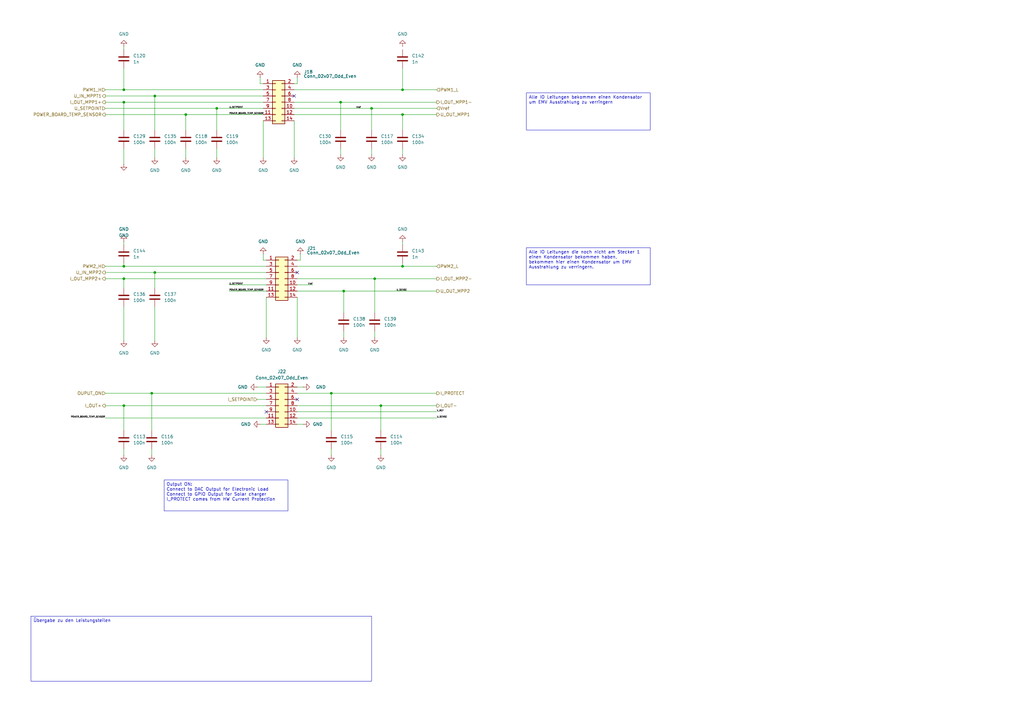
<source format=kicad_sch>
(kicad_sch
	(version 20231120)
	(generator "eeschema")
	(generator_version "8.0")
	(uuid "ce713879-9c83-4ae7-b91c-5a32c65087f7")
	(paper "A3")
	(lib_symbols
		(symbol "Connector_Generic:Conn_02x07_Odd_Even"
			(pin_names
				(offset 1.016) hide)
			(exclude_from_sim no)
			(in_bom yes)
			(on_board yes)
			(property "Reference" "J"
				(at 1.27 10.16 0)
				(effects
					(font
						(size 1.27 1.27)
					)
				)
			)
			(property "Value" "Conn_02x07_Odd_Even"
				(at 1.27 -10.16 0)
				(effects
					(font
						(size 1.27 1.27)
					)
				)
			)
			(property "Footprint" ""
				(at 0 0 0)
				(effects
					(font
						(size 1.27 1.27)
					)
					(hide yes)
				)
			)
			(property "Datasheet" "~"
				(at 0 0 0)
				(effects
					(font
						(size 1.27 1.27)
					)
					(hide yes)
				)
			)
			(property "Description" "Generic connector, double row, 02x07, odd/even pin numbering scheme (row 1 odd numbers, row 2 even numbers), script generated (kicad-library-utils/schlib/autogen/connector/)"
				(at 0 0 0)
				(effects
					(font
						(size 1.27 1.27)
					)
					(hide yes)
				)
			)
			(property "ki_keywords" "connector"
				(at 0 0 0)
				(effects
					(font
						(size 1.27 1.27)
					)
					(hide yes)
				)
			)
			(property "ki_fp_filters" "Connector*:*_2x??_*"
				(at 0 0 0)
				(effects
					(font
						(size 1.27 1.27)
					)
					(hide yes)
				)
			)
			(symbol "Conn_02x07_Odd_Even_1_1"
				(rectangle
					(start -1.27 -7.493)
					(end 0 -7.747)
					(stroke
						(width 0.1524)
						(type default)
					)
					(fill
						(type none)
					)
				)
				(rectangle
					(start -1.27 -4.953)
					(end 0 -5.207)
					(stroke
						(width 0.1524)
						(type default)
					)
					(fill
						(type none)
					)
				)
				(rectangle
					(start -1.27 -2.413)
					(end 0 -2.667)
					(stroke
						(width 0.1524)
						(type default)
					)
					(fill
						(type none)
					)
				)
				(rectangle
					(start -1.27 0.127)
					(end 0 -0.127)
					(stroke
						(width 0.1524)
						(type default)
					)
					(fill
						(type none)
					)
				)
				(rectangle
					(start -1.27 2.667)
					(end 0 2.413)
					(stroke
						(width 0.1524)
						(type default)
					)
					(fill
						(type none)
					)
				)
				(rectangle
					(start -1.27 5.207)
					(end 0 4.953)
					(stroke
						(width 0.1524)
						(type default)
					)
					(fill
						(type none)
					)
				)
				(rectangle
					(start -1.27 7.747)
					(end 0 7.493)
					(stroke
						(width 0.1524)
						(type default)
					)
					(fill
						(type none)
					)
				)
				(rectangle
					(start -1.27 8.89)
					(end 3.81 -8.89)
					(stroke
						(width 0.254)
						(type default)
					)
					(fill
						(type background)
					)
				)
				(rectangle
					(start 3.81 -7.493)
					(end 2.54 -7.747)
					(stroke
						(width 0.1524)
						(type default)
					)
					(fill
						(type none)
					)
				)
				(rectangle
					(start 3.81 -4.953)
					(end 2.54 -5.207)
					(stroke
						(width 0.1524)
						(type default)
					)
					(fill
						(type none)
					)
				)
				(rectangle
					(start 3.81 -2.413)
					(end 2.54 -2.667)
					(stroke
						(width 0.1524)
						(type default)
					)
					(fill
						(type none)
					)
				)
				(rectangle
					(start 3.81 0.127)
					(end 2.54 -0.127)
					(stroke
						(width 0.1524)
						(type default)
					)
					(fill
						(type none)
					)
				)
				(rectangle
					(start 3.81 2.667)
					(end 2.54 2.413)
					(stroke
						(width 0.1524)
						(type default)
					)
					(fill
						(type none)
					)
				)
				(rectangle
					(start 3.81 5.207)
					(end 2.54 4.953)
					(stroke
						(width 0.1524)
						(type default)
					)
					(fill
						(type none)
					)
				)
				(rectangle
					(start 3.81 7.747)
					(end 2.54 7.493)
					(stroke
						(width 0.1524)
						(type default)
					)
					(fill
						(type none)
					)
				)
				(pin passive line
					(at -5.08 7.62 0)
					(length 3.81)
					(name "Pin_1"
						(effects
							(font
								(size 1.27 1.27)
							)
						)
					)
					(number "1"
						(effects
							(font
								(size 1.27 1.27)
							)
						)
					)
				)
				(pin passive line
					(at 7.62 -2.54 180)
					(length 3.81)
					(name "Pin_10"
						(effects
							(font
								(size 1.27 1.27)
							)
						)
					)
					(number "10"
						(effects
							(font
								(size 1.27 1.27)
							)
						)
					)
				)
				(pin passive line
					(at -5.08 -5.08 0)
					(length 3.81)
					(name "Pin_11"
						(effects
							(font
								(size 1.27 1.27)
							)
						)
					)
					(number "11"
						(effects
							(font
								(size 1.27 1.27)
							)
						)
					)
				)
				(pin passive line
					(at 7.62 -5.08 180)
					(length 3.81)
					(name "Pin_12"
						(effects
							(font
								(size 1.27 1.27)
							)
						)
					)
					(number "12"
						(effects
							(font
								(size 1.27 1.27)
							)
						)
					)
				)
				(pin passive line
					(at -5.08 -7.62 0)
					(length 3.81)
					(name "Pin_13"
						(effects
							(font
								(size 1.27 1.27)
							)
						)
					)
					(number "13"
						(effects
							(font
								(size 1.27 1.27)
							)
						)
					)
				)
				(pin passive line
					(at 7.62 -7.62 180)
					(length 3.81)
					(name "Pin_14"
						(effects
							(font
								(size 1.27 1.27)
							)
						)
					)
					(number "14"
						(effects
							(font
								(size 1.27 1.27)
							)
						)
					)
				)
				(pin passive line
					(at 7.62 7.62 180)
					(length 3.81)
					(name "Pin_2"
						(effects
							(font
								(size 1.27 1.27)
							)
						)
					)
					(number "2"
						(effects
							(font
								(size 1.27 1.27)
							)
						)
					)
				)
				(pin passive line
					(at -5.08 5.08 0)
					(length 3.81)
					(name "Pin_3"
						(effects
							(font
								(size 1.27 1.27)
							)
						)
					)
					(number "3"
						(effects
							(font
								(size 1.27 1.27)
							)
						)
					)
				)
				(pin passive line
					(at 7.62 5.08 180)
					(length 3.81)
					(name "Pin_4"
						(effects
							(font
								(size 1.27 1.27)
							)
						)
					)
					(number "4"
						(effects
							(font
								(size 1.27 1.27)
							)
						)
					)
				)
				(pin passive line
					(at -5.08 2.54 0)
					(length 3.81)
					(name "Pin_5"
						(effects
							(font
								(size 1.27 1.27)
							)
						)
					)
					(number "5"
						(effects
							(font
								(size 1.27 1.27)
							)
						)
					)
				)
				(pin passive line
					(at 7.62 2.54 180)
					(length 3.81)
					(name "Pin_6"
						(effects
							(font
								(size 1.27 1.27)
							)
						)
					)
					(number "6"
						(effects
							(font
								(size 1.27 1.27)
							)
						)
					)
				)
				(pin passive line
					(at -5.08 0 0)
					(length 3.81)
					(name "Pin_7"
						(effects
							(font
								(size 1.27 1.27)
							)
						)
					)
					(number "7"
						(effects
							(font
								(size 1.27 1.27)
							)
						)
					)
				)
				(pin passive line
					(at 7.62 0 180)
					(length 3.81)
					(name "Pin_8"
						(effects
							(font
								(size 1.27 1.27)
							)
						)
					)
					(number "8"
						(effects
							(font
								(size 1.27 1.27)
							)
						)
					)
				)
				(pin passive line
					(at -5.08 -2.54 0)
					(length 3.81)
					(name "Pin_9"
						(effects
							(font
								(size 1.27 1.27)
							)
						)
					)
					(number "9"
						(effects
							(font
								(size 1.27 1.27)
							)
						)
					)
				)
			)
		)
		(symbol "Device:C"
			(pin_numbers hide)
			(pin_names
				(offset 0.254)
			)
			(exclude_from_sim no)
			(in_bom yes)
			(on_board yes)
			(property "Reference" "C"
				(at 0.635 2.54 0)
				(effects
					(font
						(size 1.27 1.27)
					)
					(justify left)
				)
			)
			(property "Value" "C"
				(at 0.635 -2.54 0)
				(effects
					(font
						(size 1.27 1.27)
					)
					(justify left)
				)
			)
			(property "Footprint" ""
				(at 0.9652 -3.81 0)
				(effects
					(font
						(size 1.27 1.27)
					)
					(hide yes)
				)
			)
			(property "Datasheet" "~"
				(at 0 0 0)
				(effects
					(font
						(size 1.27 1.27)
					)
					(hide yes)
				)
			)
			(property "Description" "Unpolarized capacitor"
				(at 0 0 0)
				(effects
					(font
						(size 1.27 1.27)
					)
					(hide yes)
				)
			)
			(property "ki_keywords" "cap capacitor"
				(at 0 0 0)
				(effects
					(font
						(size 1.27 1.27)
					)
					(hide yes)
				)
			)
			(property "ki_fp_filters" "C_*"
				(at 0 0 0)
				(effects
					(font
						(size 1.27 1.27)
					)
					(hide yes)
				)
			)
			(symbol "C_0_1"
				(polyline
					(pts
						(xy -2.032 -0.762) (xy 2.032 -0.762)
					)
					(stroke
						(width 0.508)
						(type default)
					)
					(fill
						(type none)
					)
				)
				(polyline
					(pts
						(xy -2.032 0.762) (xy 2.032 0.762)
					)
					(stroke
						(width 0.508)
						(type default)
					)
					(fill
						(type none)
					)
				)
			)
			(symbol "C_1_1"
				(pin passive line
					(at 0 3.81 270)
					(length 2.794)
					(name "~"
						(effects
							(font
								(size 1.27 1.27)
							)
						)
					)
					(number "1"
						(effects
							(font
								(size 1.27 1.27)
							)
						)
					)
				)
				(pin passive line
					(at 0 -3.81 90)
					(length 2.794)
					(name "~"
						(effects
							(font
								(size 1.27 1.27)
							)
						)
					)
					(number "2"
						(effects
							(font
								(size 1.27 1.27)
							)
						)
					)
				)
			)
		)
		(symbol "power:GND"
			(power)
			(pin_numbers hide)
			(pin_names
				(offset 0) hide)
			(exclude_from_sim no)
			(in_bom yes)
			(on_board yes)
			(property "Reference" "#PWR"
				(at 0 -6.35 0)
				(effects
					(font
						(size 1.27 1.27)
					)
					(hide yes)
				)
			)
			(property "Value" "GND"
				(at 0 -3.81 0)
				(effects
					(font
						(size 1.27 1.27)
					)
				)
			)
			(property "Footprint" ""
				(at 0 0 0)
				(effects
					(font
						(size 1.27 1.27)
					)
					(hide yes)
				)
			)
			(property "Datasheet" ""
				(at 0 0 0)
				(effects
					(font
						(size 1.27 1.27)
					)
					(hide yes)
				)
			)
			(property "Description" "Power symbol creates a global label with name \"GND\" , ground"
				(at 0 0 0)
				(effects
					(font
						(size 1.27 1.27)
					)
					(hide yes)
				)
			)
			(property "ki_keywords" "global power"
				(at 0 0 0)
				(effects
					(font
						(size 1.27 1.27)
					)
					(hide yes)
				)
			)
			(symbol "GND_0_1"
				(polyline
					(pts
						(xy 0 0) (xy 0 -1.27) (xy 1.27 -1.27) (xy 0 -2.54) (xy -1.27 -1.27) (xy 0 -1.27)
					)
					(stroke
						(width 0)
						(type default)
					)
					(fill
						(type none)
					)
				)
			)
			(symbol "GND_1_1"
				(pin power_in line
					(at 0 0 270)
					(length 0)
					(name "~"
						(effects
							(font
								(size 1.27 1.27)
							)
						)
					)
					(number "1"
						(effects
							(font
								(size 1.27 1.27)
							)
						)
					)
				)
			)
		)
	)
	(junction
		(at 139.7 41.91)
		(diameter 0)
		(color 0 0 0 0)
		(uuid "13898c69-5acb-430d-8ca0-fb046f41ad0b")
	)
	(junction
		(at 50.8 36.83)
		(diameter 0)
		(color 0 0 0 0)
		(uuid "1dcf3b1a-48ad-433b-a682-77a05a328ad4")
	)
	(junction
		(at 50.8 41.91)
		(diameter 0)
		(color 0 0 0 0)
		(uuid "21981d1a-45ac-4942-a27b-7fad3ebe44f2")
	)
	(junction
		(at 88.9 44.45)
		(diameter 0)
		(color 0 0 0 0)
		(uuid "220cecf4-6718-4d53-9403-263596a5e9d3")
	)
	(junction
		(at 135.89 161.29)
		(diameter 0)
		(color 0 0 0 0)
		(uuid "4bcfea0e-8dfa-4030-94dc-862772733f32")
	)
	(junction
		(at 50.8 166.37)
		(diameter 0)
		(color 0 0 0 0)
		(uuid "5259eedf-4eb9-489b-aba2-08e7541df7b9")
	)
	(junction
		(at 50.8 114.3)
		(diameter 0)
		(color 0 0 0 0)
		(uuid "53286e22-7bba-406f-b5a8-f26b0c436756")
	)
	(junction
		(at 62.23 161.29)
		(diameter 0)
		(color 0 0 0 0)
		(uuid "53aa0ce6-644a-4d61-891d-0bed02e92b1b")
	)
	(junction
		(at 50.8 109.22)
		(diameter 0)
		(color 0 0 0 0)
		(uuid "9b784bb1-65a8-487f-8f66-ed6e16823587")
	)
	(junction
		(at 165.1 109.22)
		(diameter 0)
		(color 0 0 0 0)
		(uuid "a14d646e-ac5b-4701-8f7d-940f94a7f95e")
	)
	(junction
		(at 156.21 166.37)
		(diameter 0)
		(color 0 0 0 0)
		(uuid "a345eefa-600e-4f7e-b5c9-9dd53902ee89")
	)
	(junction
		(at 165.1 46.99)
		(diameter 0)
		(color 0 0 0 0)
		(uuid "adac0c7d-2ccb-4a6a-b878-83d9bd97494e")
	)
	(junction
		(at 140.97 119.38)
		(diameter 0)
		(color 0 0 0 0)
		(uuid "af9de704-0947-44b2-a594-9e7ce0be3407")
	)
	(junction
		(at 165.1 36.83)
		(diameter 0)
		(color 0 0 0 0)
		(uuid "c5a33396-4a0b-44f7-8e5c-fbb720d71066")
	)
	(junction
		(at 63.5 111.76)
		(diameter 0)
		(color 0 0 0 0)
		(uuid "cdc88448-26f8-484d-8f8a-5e3cc1fe163f")
	)
	(junction
		(at 152.4 44.45)
		(diameter 0)
		(color 0 0 0 0)
		(uuid "d1500523-a0ed-4dd4-814e-ece9367b3d49")
	)
	(junction
		(at 153.67 114.3)
		(diameter 0)
		(color 0 0 0 0)
		(uuid "d81ec61c-e0cd-45de-8179-f868769fc549")
	)
	(junction
		(at 63.5 39.37)
		(diameter 0)
		(color 0 0 0 0)
		(uuid "e17c1e73-6044-4f74-af71-9df2833a5e4b")
	)
	(junction
		(at 76.2 46.99)
		(diameter 0)
		(color 0 0 0 0)
		(uuid "e6bf82f0-21f7-469f-973b-8af38e15bade")
	)
	(no_connect
		(at 120.65 39.37)
		(uuid "15ad1c0f-2b9a-4b03-8bb8-6acb9b36fb7f")
	)
	(no_connect
		(at 109.22 168.91)
		(uuid "6023f644-d0e1-49c5-ad14-cb126f2cb70a")
	)
	(no_connect
		(at 121.92 163.83)
		(uuid "861c828b-1f79-4c38-98a3-28ebf0aa86c9")
	)
	(no_connect
		(at 121.92 111.76)
		(uuid "c9174278-9b08-4140-89f5-6e7c3f5e578d")
	)
	(wire
		(pts
			(xy 165.1 36.83) (xy 179.07 36.83)
		)
		(stroke
			(width 0)
			(type default)
		)
		(uuid "032e08dd-8381-4b86-9866-36a49d4385b4")
	)
	(wire
		(pts
			(xy 62.23 161.29) (xy 62.23 176.53)
		)
		(stroke
			(width 0)
			(type default)
		)
		(uuid "04601478-8472-49f1-b97e-5413eb75a8a9")
	)
	(wire
		(pts
			(xy 123.19 106.68) (xy 123.19 104.14)
		)
		(stroke
			(width 0)
			(type default)
		)
		(uuid "052a85d0-2fe8-4a39-b9e0-251f91daf7e2")
	)
	(wire
		(pts
			(xy 139.7 41.91) (xy 179.07 41.91)
		)
		(stroke
			(width 0)
			(type default)
		)
		(uuid "070b07c7-9da9-4f70-8b8d-87974c1c74a7")
	)
	(wire
		(pts
			(xy 62.23 184.15) (xy 62.23 186.69)
		)
		(stroke
			(width 0)
			(type default)
		)
		(uuid "070b60a3-ef58-4637-ad47-bfbbe4e2bf17")
	)
	(wire
		(pts
			(xy 165.1 46.99) (xy 165.1 53.34)
		)
		(stroke
			(width 0)
			(type default)
		)
		(uuid "09777bd1-ed97-4a91-9813-cd13afac454c")
	)
	(wire
		(pts
			(xy 50.8 41.91) (xy 50.8 53.34)
		)
		(stroke
			(width 0)
			(type default)
		)
		(uuid "0bb93f08-025a-43ba-8f28-8abcf49dee0a")
	)
	(wire
		(pts
			(xy 50.8 166.37) (xy 109.22 166.37)
		)
		(stroke
			(width 0)
			(type default)
		)
		(uuid "12b60a96-1fba-4df9-abdc-7441466902f0")
	)
	(wire
		(pts
			(xy 63.5 39.37) (xy 107.95 39.37)
		)
		(stroke
			(width 0)
			(type default)
		)
		(uuid "15d0072a-c402-4b68-bc2c-e815ba99773b")
	)
	(wire
		(pts
			(xy 43.18 41.91) (xy 50.8 41.91)
		)
		(stroke
			(width 0)
			(type default)
		)
		(uuid "1e697bfe-6186-4890-944f-d0bda0c2e228")
	)
	(wire
		(pts
			(xy 50.8 114.3) (xy 109.22 114.3)
		)
		(stroke
			(width 0)
			(type default)
		)
		(uuid "1fe24119-ce23-47ab-ba0b-f0447a5a2866")
	)
	(wire
		(pts
			(xy 140.97 119.38) (xy 140.97 128.27)
		)
		(stroke
			(width 0)
			(type default)
		)
		(uuid "22f4911a-7320-43f4-8a8b-01c66bd43ad2")
	)
	(wire
		(pts
			(xy 153.67 114.3) (xy 153.67 128.27)
		)
		(stroke
			(width 0)
			(type default)
		)
		(uuid "272210c1-21d2-46b3-89fc-683248dbbec0")
	)
	(wire
		(pts
			(xy 153.67 135.89) (xy 153.67 138.43)
		)
		(stroke
			(width 0)
			(type default)
		)
		(uuid "285cce94-57c6-462d-81f5-399089bea9c4")
	)
	(wire
		(pts
			(xy 139.7 41.91) (xy 139.7 53.34)
		)
		(stroke
			(width 0)
			(type default)
		)
		(uuid "291d28c3-bf99-4f88-a8b3-1975739e5488")
	)
	(wire
		(pts
			(xy 63.5 111.76) (xy 63.5 118.11)
		)
		(stroke
			(width 0)
			(type default)
		)
		(uuid "2a44dd3b-9b8d-4814-8277-5e406a34ab72")
	)
	(wire
		(pts
			(xy 105.41 163.83) (xy 109.22 163.83)
		)
		(stroke
			(width 0)
			(type default)
		)
		(uuid "2a78678d-0181-4864-ab63-96d5658b28e0")
	)
	(wire
		(pts
			(xy 107.95 104.14) (xy 107.95 106.68)
		)
		(stroke
			(width 0)
			(type default)
		)
		(uuid "2c691186-c549-4dc6-b5df-7d874088a6f9")
	)
	(wire
		(pts
			(xy 43.18 166.37) (xy 50.8 166.37)
		)
		(stroke
			(width 0)
			(type default)
		)
		(uuid "2eed90ce-ad73-4619-8ccb-02472d139343")
	)
	(wire
		(pts
			(xy 121.92 158.75) (xy 124.46 158.75)
		)
		(stroke
			(width 0)
			(type default)
		)
		(uuid "2f7cca89-de01-4d48-92c2-9315e1090bd8")
	)
	(wire
		(pts
			(xy 156.21 166.37) (xy 179.07 166.37)
		)
		(stroke
			(width 0)
			(type default)
		)
		(uuid "39cec9d3-5a23-4ec4-8d4a-cfed171f13c5")
	)
	(wire
		(pts
			(xy 107.95 49.53) (xy 107.95 64.77)
		)
		(stroke
			(width 0)
			(type default)
		)
		(uuid "3a719472-395b-4ff2-8ff7-53d2b575af5b")
	)
	(wire
		(pts
			(xy 88.9 44.45) (xy 107.95 44.45)
		)
		(stroke
			(width 0)
			(type default)
		)
		(uuid "3c22102a-ab40-4178-8998-5f1929d24d69")
	)
	(wire
		(pts
			(xy 107.95 106.68) (xy 109.22 106.68)
		)
		(stroke
			(width 0)
			(type default)
		)
		(uuid "3c98e06f-636c-40c5-bd61-ab65799f1035")
	)
	(wire
		(pts
			(xy 43.18 114.3) (xy 50.8 114.3)
		)
		(stroke
			(width 0)
			(type default)
		)
		(uuid "3cbcfdc8-e551-4b1a-9863-a26cae8483d9")
	)
	(wire
		(pts
			(xy 105.41 158.75) (xy 109.22 158.75)
		)
		(stroke
			(width 0)
			(type default)
		)
		(uuid "3ee306c5-7906-4edb-af05-eda3bd93fd79")
	)
	(wire
		(pts
			(xy 165.1 46.99) (xy 179.07 46.99)
		)
		(stroke
			(width 0)
			(type default)
		)
		(uuid "3f73b9ad-96f4-431b-8a35-bd2cccf6fd51")
	)
	(wire
		(pts
			(xy 120.65 46.99) (xy 165.1 46.99)
		)
		(stroke
			(width 0)
			(type default)
		)
		(uuid "3fd0e495-08dc-467a-bb54-9eecec936dc5")
	)
	(wire
		(pts
			(xy 121.92 121.92) (xy 121.92 138.43)
		)
		(stroke
			(width 0)
			(type default)
		)
		(uuid "415f03e8-8174-40e8-ac3f-e2ad6bfdf40e")
	)
	(wire
		(pts
			(xy 62.23 161.29) (xy 109.22 161.29)
		)
		(stroke
			(width 0)
			(type default)
		)
		(uuid "430cdd07-34d7-48f7-b364-d27cf02e7b72")
	)
	(wire
		(pts
			(xy 156.21 184.15) (xy 156.21 186.69)
		)
		(stroke
			(width 0)
			(type default)
		)
		(uuid "43a57a19-7cdf-4976-bb6c-a66b9a0d71d3")
	)
	(wire
		(pts
			(xy 139.7 60.96) (xy 139.7 63.5)
		)
		(stroke
			(width 0)
			(type default)
		)
		(uuid "482197aa-d1e9-488f-93f8-2aa56be83deb")
	)
	(wire
		(pts
			(xy 93.98 119.38) (xy 109.22 119.38)
		)
		(stroke
			(width 0)
			(type default)
		)
		(uuid "4ca7a0dc-c1c0-4fd6-a702-6044c56b151d")
	)
	(wire
		(pts
			(xy 50.8 19.05) (xy 50.8 20.32)
		)
		(stroke
			(width 0)
			(type default)
		)
		(uuid "4d859dc0-5d03-4edf-9551-113568a6abfc")
	)
	(wire
		(pts
			(xy 43.18 171.45) (xy 109.22 171.45)
		)
		(stroke
			(width 0)
			(type default)
		)
		(uuid "514b3be3-1ddb-499f-8659-a17208c86fba")
	)
	(wire
		(pts
			(xy 121.92 173.99) (xy 124.46 173.99)
		)
		(stroke
			(width 0)
			(type default)
		)
		(uuid "516f64e9-017f-4097-849e-3fe57872e24e")
	)
	(wire
		(pts
			(xy 121.92 171.45) (xy 179.07 171.45)
		)
		(stroke
			(width 0)
			(type default)
		)
		(uuid "53d63e1b-4e11-414c-84f6-290536062ea2")
	)
	(wire
		(pts
			(xy 121.92 106.68) (xy 123.19 106.68)
		)
		(stroke
			(width 0)
			(type default)
		)
		(uuid "5691165c-97d7-45c9-aa1e-8cbc7f8e7a97")
	)
	(wire
		(pts
			(xy 50.8 166.37) (xy 50.8 176.53)
		)
		(stroke
			(width 0)
			(type default)
		)
		(uuid "5f4bfc68-1e06-4318-a2bb-5b19521578e0")
	)
	(wire
		(pts
			(xy 63.5 60.96) (xy 63.5 64.77)
		)
		(stroke
			(width 0)
			(type default)
		)
		(uuid "60165958-09ff-4e52-a5f7-f5371b563ebb")
	)
	(wire
		(pts
			(xy 43.18 39.37) (xy 63.5 39.37)
		)
		(stroke
			(width 0)
			(type default)
		)
		(uuid "60efd595-2460-4087-9a81-5228c88be8d4")
	)
	(wire
		(pts
			(xy 50.8 41.91) (xy 107.95 41.91)
		)
		(stroke
			(width 0)
			(type default)
		)
		(uuid "610b4edf-1ac4-4df9-9849-d6d9cd986f8d")
	)
	(wire
		(pts
			(xy 156.21 166.37) (xy 156.21 176.53)
		)
		(stroke
			(width 0)
			(type default)
		)
		(uuid "64d8f1aa-0781-4806-99c0-49fbd5ae5b30")
	)
	(wire
		(pts
			(xy 76.2 53.34) (xy 76.2 46.99)
		)
		(stroke
			(width 0)
			(type default)
		)
		(uuid "6609e7fc-991c-4b12-9a9f-f28a108073fd")
	)
	(wire
		(pts
			(xy 43.18 44.45) (xy 88.9 44.45)
		)
		(stroke
			(width 0)
			(type default)
		)
		(uuid "68e18d4f-4981-4b21-a759-175d238564a4")
	)
	(wire
		(pts
			(xy 140.97 119.38) (xy 179.07 119.38)
		)
		(stroke
			(width 0)
			(type default)
		)
		(uuid "6bf3b189-5ec9-4325-89fc-709a435739e2")
	)
	(wire
		(pts
			(xy 50.8 60.96) (xy 50.8 67.31)
		)
		(stroke
			(width 0)
			(type default)
		)
		(uuid "6d202816-c059-43fc-9c64-5a1fecc20825")
	)
	(wire
		(pts
			(xy 63.5 111.76) (xy 109.22 111.76)
		)
		(stroke
			(width 0)
			(type default)
		)
		(uuid "6e9d7aaf-b576-4c49-a892-a991d0b9bb05")
	)
	(wire
		(pts
			(xy 93.98 116.84) (xy 109.22 116.84)
		)
		(stroke
			(width 0)
			(type default)
		)
		(uuid "6f9512b0-aa59-45f8-b26b-0782d32e7a45")
	)
	(wire
		(pts
			(xy 165.1 27.94) (xy 165.1 36.83)
		)
		(stroke
			(width 0)
			(type default)
		)
		(uuid "74175446-cd53-412e-8071-b0e4b4318248")
	)
	(wire
		(pts
			(xy 88.9 60.96) (xy 88.9 64.77)
		)
		(stroke
			(width 0)
			(type default)
		)
		(uuid "772daf86-d696-45ba-9418-9c3229a5dac0")
	)
	(wire
		(pts
			(xy 121.92 161.29) (xy 135.89 161.29)
		)
		(stroke
			(width 0)
			(type default)
		)
		(uuid "778ad46e-2ab0-4d28-82a8-71cbe48db2a3")
	)
	(wire
		(pts
			(xy 135.89 184.15) (xy 135.89 186.69)
		)
		(stroke
			(width 0)
			(type default)
		)
		(uuid "7bfba1c2-404d-4d0c-bf57-c7b177c5e0eb")
	)
	(wire
		(pts
			(xy 88.9 53.34) (xy 88.9 44.45)
		)
		(stroke
			(width 0)
			(type default)
		)
		(uuid "7c91614c-1df6-48ac-b9c5-9ea847974a82")
	)
	(wire
		(pts
			(xy 50.8 107.95) (xy 50.8 109.22)
		)
		(stroke
			(width 0)
			(type default)
		)
		(uuid "7e5c60c1-cb67-45e4-8696-511aaeba9494")
	)
	(wire
		(pts
			(xy 121.92 119.38) (xy 140.97 119.38)
		)
		(stroke
			(width 0)
			(type default)
		)
		(uuid "7fff2d3c-c47c-4bd1-a9e0-b3b87b4336ce")
	)
	(wire
		(pts
			(xy 106.68 173.99) (xy 109.22 173.99)
		)
		(stroke
			(width 0)
			(type default)
		)
		(uuid "80f07a44-94a1-46f5-bd4f-cd95e20376d9")
	)
	(wire
		(pts
			(xy 50.8 114.3) (xy 50.8 118.11)
		)
		(stroke
			(width 0)
			(type default)
		)
		(uuid "81bcb097-4c32-48a8-8a3d-25e0aa93ea1c")
	)
	(wire
		(pts
			(xy 152.4 44.45) (xy 179.07 44.45)
		)
		(stroke
			(width 0)
			(type default)
		)
		(uuid "8d50db05-fa5b-4121-97bd-4866135c9406")
	)
	(wire
		(pts
			(xy 121.92 116.84) (xy 128.27 116.84)
		)
		(stroke
			(width 0)
			(type default)
		)
		(uuid "8ed854db-86d8-42e7-8f5e-11ed95fee2d4")
	)
	(wire
		(pts
			(xy 152.4 60.96) (xy 152.4 63.5)
		)
		(stroke
			(width 0)
			(type default)
		)
		(uuid "918099de-f7de-49d9-aec4-2c3ad3a6714e")
	)
	(wire
		(pts
			(xy 152.4 44.45) (xy 152.4 53.34)
		)
		(stroke
			(width 0)
			(type default)
		)
		(uuid "91f7f611-ba15-4818-a972-5df65ef9d22e")
	)
	(wire
		(pts
			(xy 121.92 114.3) (xy 153.67 114.3)
		)
		(stroke
			(width 0)
			(type default)
		)
		(uuid "9356cd1a-080d-4ecc-9e16-0933b9c82006")
	)
	(wire
		(pts
			(xy 50.8 109.22) (xy 109.22 109.22)
		)
		(stroke
			(width 0)
			(type default)
		)
		(uuid "98ddb200-049e-43fc-b615-8ad43d178cae")
	)
	(wire
		(pts
			(xy 76.2 46.99) (xy 107.95 46.99)
		)
		(stroke
			(width 0)
			(type default)
		)
		(uuid "99026fa0-48ec-44e6-adbd-c8cd8397e5ab")
	)
	(wire
		(pts
			(xy 153.67 114.3) (xy 179.07 114.3)
		)
		(stroke
			(width 0)
			(type default)
		)
		(uuid "9d8098b6-31f9-4e3c-954b-eb438fc586aa")
	)
	(wire
		(pts
			(xy 109.22 121.92) (xy 109.22 138.43)
		)
		(stroke
			(width 0)
			(type default)
		)
		(uuid "a094c551-1c59-4f0e-b413-c8b798666b85")
	)
	(wire
		(pts
			(xy 121.92 34.29) (xy 121.92 31.75)
		)
		(stroke
			(width 0)
			(type default)
		)
		(uuid "a105370d-7661-4dbb-94fe-5612c8f76377")
	)
	(wire
		(pts
			(xy 106.68 31.75) (xy 106.68 34.29)
		)
		(stroke
			(width 0)
			(type default)
		)
		(uuid "a24524cd-734f-484c-9e73-81440e8c21da")
	)
	(wire
		(pts
			(xy 120.65 36.83) (xy 165.1 36.83)
		)
		(stroke
			(width 0)
			(type default)
		)
		(uuid "a3e1416d-1f0a-45bb-aa07-ec776fd1a211")
	)
	(wire
		(pts
			(xy 106.68 34.29) (xy 107.95 34.29)
		)
		(stroke
			(width 0)
			(type default)
		)
		(uuid "a6ff196e-c3c2-4b18-939d-f0993df27420")
	)
	(wire
		(pts
			(xy 120.65 34.29) (xy 121.92 34.29)
		)
		(stroke
			(width 0)
			(type default)
		)
		(uuid "a9488306-da64-43f4-953e-ef8060b37e72")
	)
	(wire
		(pts
			(xy 120.65 49.53) (xy 120.65 64.77)
		)
		(stroke
			(width 0)
			(type default)
		)
		(uuid "ac753a1e-5b90-4a6d-8eba-5a5b1f3933fb")
	)
	(wire
		(pts
			(xy 165.1 109.22) (xy 179.07 109.22)
		)
		(stroke
			(width 0)
			(type default)
		)
		(uuid "af454ca2-90be-4f0d-8947-89b82b987ab6")
	)
	(wire
		(pts
			(xy 50.8 184.15) (xy 50.8 186.69)
		)
		(stroke
			(width 0)
			(type default)
		)
		(uuid "af9e2a34-151c-46dd-92be-a30849c46c91")
	)
	(wire
		(pts
			(xy 63.5 39.37) (xy 63.5 53.34)
		)
		(stroke
			(width 0)
			(type default)
		)
		(uuid "b2b44eb6-e8cb-4d0f-bea1-547d45afd980")
	)
	(wire
		(pts
			(xy 121.92 109.22) (xy 165.1 109.22)
		)
		(stroke
			(width 0)
			(type default)
		)
		(uuid "b53390b6-18c4-4687-971c-9d20c756cf84")
	)
	(wire
		(pts
			(xy 43.18 109.22) (xy 50.8 109.22)
		)
		(stroke
			(width 0)
			(type default)
		)
		(uuid "b5f6140a-0eb3-4f16-bcd7-91df2a9c7433")
	)
	(wire
		(pts
			(xy 140.97 135.89) (xy 140.97 138.43)
		)
		(stroke
			(width 0)
			(type default)
		)
		(uuid "bf0e1e05-5d0f-4558-acdb-f011877fc62d")
	)
	(wire
		(pts
			(xy 165.1 60.96) (xy 165.1 63.5)
		)
		(stroke
			(width 0)
			(type default)
		)
		(uuid "c162c3ee-f10d-40b7-9c1d-f7d3e3170d77")
	)
	(wire
		(pts
			(xy 121.92 166.37) (xy 156.21 166.37)
		)
		(stroke
			(width 0)
			(type default)
		)
		(uuid "cc1a151f-830a-4b0f-866a-ed2bbb445ca5")
	)
	(wire
		(pts
			(xy 43.18 36.83) (xy 50.8 36.83)
		)
		(stroke
			(width 0)
			(type default)
		)
		(uuid "cd2dad91-fe39-43c3-b36f-7c87637cfc7c")
	)
	(wire
		(pts
			(xy 165.1 107.95) (xy 165.1 109.22)
		)
		(stroke
			(width 0)
			(type default)
		)
		(uuid "d129aaca-019f-4822-9fb7-2f155a49afab")
	)
	(wire
		(pts
			(xy 43.18 161.29) (xy 62.23 161.29)
		)
		(stroke
			(width 0)
			(type default)
		)
		(uuid "d2260bdd-81fd-4f8e-85ed-e87a2171841c")
	)
	(wire
		(pts
			(xy 50.8 125.73) (xy 50.8 139.7)
		)
		(stroke
			(width 0)
			(type default)
		)
		(uuid "d29c72f8-69c2-4bb3-be68-222eee3382b8")
	)
	(wire
		(pts
			(xy 135.89 161.29) (xy 135.89 176.53)
		)
		(stroke
			(width 0)
			(type default)
		)
		(uuid "d4d33508-5854-4018-846d-20d44127f52a")
	)
	(wire
		(pts
			(xy 120.65 41.91) (xy 139.7 41.91)
		)
		(stroke
			(width 0)
			(type default)
		)
		(uuid "daaa0976-c143-483a-881c-38876054db00")
	)
	(wire
		(pts
			(xy 43.18 111.76) (xy 63.5 111.76)
		)
		(stroke
			(width 0)
			(type default)
		)
		(uuid "de818ac5-adc5-49ba-abc1-5e679d5feb1d")
	)
	(wire
		(pts
			(xy 165.1 99.06) (xy 165.1 100.33)
		)
		(stroke
			(width 0)
			(type default)
		)
		(uuid "e449f800-4f8b-4be6-ab43-d37fc78db4cf")
	)
	(wire
		(pts
			(xy 63.5 125.73) (xy 63.5 139.7)
		)
		(stroke
			(width 0)
			(type default)
		)
		(uuid "e49d5b0b-5e07-45cd-b765-51d50083bcd1")
	)
	(wire
		(pts
			(xy 50.8 27.94) (xy 50.8 36.83)
		)
		(stroke
			(width 0)
			(type default)
		)
		(uuid "e7e9c904-f17c-4f8c-a901-87098511cba5")
	)
	(wire
		(pts
			(xy 121.92 168.91) (xy 179.07 168.91)
		)
		(stroke
			(width 0)
			(type default)
		)
		(uuid "e94a63fe-942b-4f6c-bcf2-304e80aa761c")
	)
	(wire
		(pts
			(xy 76.2 60.96) (xy 76.2 64.77)
		)
		(stroke
			(width 0)
			(type default)
		)
		(uuid "eda0109d-d309-4dac-9745-a17a222f06f4")
	)
	(wire
		(pts
			(xy 135.89 161.29) (xy 179.07 161.29)
		)
		(stroke
			(width 0)
			(type default)
		)
		(uuid "f08f331c-8d1b-422e-bf9a-2866f27b0298")
	)
	(wire
		(pts
			(xy 120.65 44.45) (xy 152.4 44.45)
		)
		(stroke
			(width 0)
			(type default)
		)
		(uuid "f1b95a6f-667c-4602-8ea4-7b4752d5a15a")
	)
	(wire
		(pts
			(xy 50.8 99.06) (xy 50.8 100.33)
		)
		(stroke
			(width 0)
			(type default)
		)
		(uuid "f6d14086-b00e-41bc-8bd2-a0d6d33bbeac")
	)
	(wire
		(pts
			(xy 50.8 36.83) (xy 107.95 36.83)
		)
		(stroke
			(width 0)
			(type default)
		)
		(uuid "f80a9044-2666-4832-86c3-4afeaad27045")
	)
	(wire
		(pts
			(xy 43.18 46.99) (xy 76.2 46.99)
		)
		(stroke
			(width 0)
			(type default)
		)
		(uuid "fa0db9f1-576c-44eb-b540-63bfa0097880")
	)
	(text_box "Output ON:\nConnect to DAC Output for Electronic Load\nConnect to GPIO Output for Solar charger\nI_PROTECT comes from HW Current Protection\n"
		(exclude_from_sim no)
		(at 67.31 196.85 0)
		(size 50.8 12.7)
		(stroke
			(width 0)
			(type default)
		)
		(fill
			(type none)
		)
		(effects
			(font
				(size 1.27 1.27)
			)
			(justify left top)
		)
		(uuid "15723c17-cabb-498f-9e3d-f8103d21e04c")
	)
	(text_box "Alle IO Leitungen die noch nicht am Stecker 1 einen Kondensator bekommen haben,\nbekommen hier einen Kondensator um EMV Ausstrahlung zu verringern."
		(exclude_from_sim no)
		(at 215.9 101.6 0)
		(size 50.8 15.24)
		(stroke
			(width 0)
			(type default)
		)
		(fill
			(type none)
		)
		(effects
			(font
				(size 1.27 1.27)
			)
			(justify left top)
		)
		(uuid "a867f0a7-7340-4f44-8b02-2224806bacae")
	)
	(text_box "Übergabe zu den Leistungsteilen"
		(exclude_from_sim no)
		(at 12.7 252.73 0)
		(size 139.7 26.67)
		(stroke
			(width 0)
			(type default)
		)
		(fill
			(type none)
		)
		(effects
			(font
				(size 1.27 1.27)
			)
			(justify left top)
		)
		(uuid "d41699df-395c-4cda-973d-55110b794f1d")
	)
	(text_box "Alle IO Leitungen bekommen einen Kondensator um EMV Ausstrahlung zu verringern"
		(exclude_from_sim no)
		(at 215.9 38.1 0)
		(size 50.8 15.24)
		(stroke
			(width 0)
			(type default)
		)
		(fill
			(type none)
		)
		(effects
			(font
				(size 1.27 1.27)
			)
			(justify left top)
		)
		(uuid "d5e3c0c6-eaa9-4a21-b2cb-d7b3e9d3f93b")
	)
	(label "U_SENSE"
		(at 179.07 171.45 0)
		(fields_autoplaced yes)
		(effects
			(font
				(size 0.635 0.635)
			)
			(justify left bottom)
		)
		(uuid "0769e94e-1b01-477c-8939-5d0a69c3bab8")
	)
	(label "U_SETPOINT"
		(at 93.98 116.84 0)
		(fields_autoplaced yes)
		(effects
			(font
				(size 0.635 0.635)
			)
			(justify left bottom)
		)
		(uuid "0cda0c03-8d87-4116-8a6f-601ab3d7a6ce")
	)
	(label "Vref"
		(at 146.05 44.45 0)
		(fields_autoplaced yes)
		(effects
			(font
				(size 0.635 0.635)
			)
			(justify left bottom)
		)
		(uuid "20643156-eb72-40d3-8a3d-df8bbc6a6b21")
	)
	(label "V_REF"
		(at 179.07 168.91 0)
		(fields_autoplaced yes)
		(effects
			(font
				(size 0.635 0.635)
			)
			(justify left bottom)
		)
		(uuid "408b3821-95fc-4ab4-a330-f6eb4268cb7d")
	)
	(label "Vref"
		(at 128.27 116.84 180)
		(fields_autoplaced yes)
		(effects
			(font
				(size 0.635 0.635)
			)
			(justify right bottom)
		)
		(uuid "4790465c-cb44-4a15-9957-62bfffea78cb")
	)
	(label "POWER_BOARD_TEMP_SENSOR"
		(at 93.98 46.99 0)
		(fields_autoplaced yes)
		(effects
			(font
				(size 0.635 0.635)
			)
			(justify left bottom)
		)
		(uuid "61b6f741-5f2f-4b34-8fa9-b386e5b7a785")
	)
	(label "U_SENSE"
		(at 162.56 119.38 0)
		(fields_autoplaced yes)
		(effects
			(font
				(size 0.635 0.635)
			)
			(justify left bottom)
		)
		(uuid "855c3620-e8e6-4414-89eb-cc8eadbeee7d")
	)
	(label "POWER_BOARD_TEMP_SENSOR"
		(at 43.18 171.45 180)
		(fields_autoplaced yes)
		(effects
			(font
				(size 0.635 0.635)
			)
			(justify right bottom)
		)
		(uuid "9242a8f5-ae8e-4aec-af0c-9e9f62a7f9cb")
	)
	(label "U_SETPOINT"
		(at 93.98 44.45 0)
		(fields_autoplaced yes)
		(effects
			(font
				(size 0.635 0.635)
			)
			(justify left bottom)
		)
		(uuid "ba63823f-052e-40fe-8aa2-0f1afddf1034")
	)
	(label "POWER_BOARD_TEMP_SENSOR"
		(at 93.98 119.38 0)
		(fields_autoplaced yes)
		(effects
			(font
				(size 0.635 0.635)
			)
			(justify left bottom)
		)
		(uuid "db89a16b-520e-496f-a574-31f356f5f5fd")
	)
	(hierarchical_label "Vref"
		(shape input)
		(at 179.07 44.45 0)
		(fields_autoplaced yes)
		(effects
			(font
				(size 1.27 1.27)
			)
			(justify left)
		)
		(uuid "11022738-e450-4036-a3a2-2ed9204ccfd7")
	)
	(hierarchical_label "I_SETPOINT"
		(shape input)
		(at 105.41 163.83 180)
		(fields_autoplaced yes)
		(effects
			(font
				(size 1.27 1.27)
			)
			(justify right)
		)
		(uuid "2650ab2a-7845-4374-8cb9-5bd34a758532")
	)
	(hierarchical_label "U_IN_MPPT1"
		(shape output)
		(at 43.18 39.37 180)
		(fields_autoplaced yes)
		(effects
			(font
				(size 1.27 1.27)
			)
			(justify right)
		)
		(uuid "28b6af6c-bd2f-4763-827f-ea4b7e268e5a")
	)
	(hierarchical_label "I_OUT-"
		(shape output)
		(at 179.07 166.37 0)
		(fields_autoplaced yes)
		(effects
			(font
				(size 1.27 1.27)
			)
			(justify left)
		)
		(uuid "2ad9e4f0-e6b1-42ba-ba29-379479bf1393")
	)
	(hierarchical_label "I_OUT+"
		(shape output)
		(at 43.18 166.37 180)
		(fields_autoplaced yes)
		(effects
			(font
				(size 1.27 1.27)
			)
			(justify right)
		)
		(uuid "2b293d65-7e7d-4b90-adbd-f4d7fdb7e183")
	)
	(hierarchical_label "PWM2_H"
		(shape input)
		(at 43.18 109.22 180)
		(fields_autoplaced yes)
		(effects
			(font
				(size 1.27 1.27)
			)
			(justify right)
		)
		(uuid "4a6a9cbc-030e-432b-9d26-78a49869b8f5")
	)
	(hierarchical_label "I_PROTECT"
		(shape output)
		(at 179.07 161.29 0)
		(fields_autoplaced yes)
		(effects
			(font
				(size 1.27 1.27)
			)
			(justify left)
		)
		(uuid "4c37455e-d047-4c0a-a68c-165956d87707")
	)
	(hierarchical_label "PWM1_L"
		(shape input)
		(at 179.07 36.83 0)
		(fields_autoplaced yes)
		(effects
			(font
				(size 1.27 1.27)
			)
			(justify left)
		)
		(uuid "50e63fbf-02f0-41f7-8f2d-931f051e1a16")
	)
	(hierarchical_label "I_OUT_MPP1-"
		(shape output)
		(at 179.07 41.91 0)
		(fields_autoplaced yes)
		(effects
			(font
				(size 1.27 1.27)
			)
			(justify left)
		)
		(uuid "5b83dd1a-98f7-456d-92ec-d001e4eabb51")
	)
	(hierarchical_label "U_OUT_MPP2"
		(shape output)
		(at 179.07 119.38 0)
		(fields_autoplaced yes)
		(effects
			(font
				(size 1.27 1.27)
			)
			(justify left)
		)
		(uuid "6bde9af4-6c77-4e58-af7d-55cae1858157")
	)
	(hierarchical_label "POWER_BOARD_TEMP_SENSOR"
		(shape output)
		(at 43.18 46.99 180)
		(fields_autoplaced yes)
		(effects
			(font
				(size 1.27 1.27)
			)
			(justify right)
		)
		(uuid "886651f5-3b36-4ebf-aeb9-53633ad057a5")
	)
	(hierarchical_label "U_SETPOINT"
		(shape input)
		(at 43.18 44.45 180)
		(fields_autoplaced yes)
		(effects
			(font
				(size 1.27 1.27)
			)
			(justify right)
		)
		(uuid "8ae07761-77fb-44e6-a47c-8df7c60e4176")
	)
	(hierarchical_label "I_OUT_MPP2+"
		(shape output)
		(at 43.18 114.3 180)
		(fields_autoplaced yes)
		(effects
			(font
				(size 1.27 1.27)
			)
			(justify right)
		)
		(uuid "b4411c66-c3b4-4686-b0da-c7ac9a7edafb")
	)
	(hierarchical_label "U_IN_MPP2"
		(shape output)
		(at 43.18 111.76 180)
		(fields_autoplaced yes)
		(effects
			(font
				(size 1.27 1.27)
			)
			(justify right)
		)
		(uuid "b6c5c248-ea4c-4571-b502-d596e0563dd8")
	)
	(hierarchical_label "I_OUT_MPP2-"
		(shape output)
		(at 179.07 114.3 0)
		(fields_autoplaced yes)
		(effects
			(font
				(size 1.27 1.27)
			)
			(justify left)
		)
		(uuid "c0289a84-878f-4b93-836b-60650c6ba8dd")
	)
	(hierarchical_label "PWM1_H"
		(shape input)
		(at 43.18 36.83 180)
		(fields_autoplaced yes)
		(effects
			(font
				(size 1.27 1.27)
			)
			(justify right)
		)
		(uuid "ca2ea007-e10f-44b2-ad59-85565ba60bb2")
	)
	(hierarchical_label "I_OUT_MPP1+"
		(shape output)
		(at 43.18 41.91 180)
		(fields_autoplaced yes)
		(effects
			(font
				(size 1.27 1.27)
			)
			(justify right)
		)
		(uuid "cff7ff99-e51e-4df5-be26-2ca7efbd0df1")
	)
	(hierarchical_label "OUPUT_ON"
		(shape input)
		(at 43.18 161.29 180)
		(fields_autoplaced yes)
		(effects
			(font
				(size 1.27 1.27)
			)
			(justify right)
		)
		(uuid "e923785e-79fc-41fe-b136-f7ebaad31a2a")
	)
	(hierarchical_label "PWM2_L"
		(shape input)
		(at 179.07 109.22 0)
		(fields_autoplaced yes)
		(effects
			(font
				(size 1.27 1.27)
			)
			(justify left)
		)
		(uuid "f62c7146-591a-47ba-81f8-59a2a0ca91af")
	)
	(hierarchical_label "U_OUT_MPP1"
		(shape output)
		(at 179.07 46.99 0)
		(fields_autoplaced yes)
		(effects
			(font
				(size 1.27 1.27)
			)
			(justify left)
		)
		(uuid "f719981d-5244-4ce9-af1a-ae94d1be983b")
	)
	(symbol
		(lib_id "power:GND")
		(at 50.8 99.06 180)
		(unit 1)
		(exclude_from_sim no)
		(in_bom yes)
		(on_board yes)
		(dnp no)
		(fields_autoplaced yes)
		(uuid "0719e405-d5ef-4b02-b0e1-1a22b93bb076")
		(property "Reference" "#PWR0275"
			(at 50.8 92.71 0)
			(effects
				(font
					(size 1.27 1.27)
				)
				(hide yes)
			)
		)
		(property "Value" "GND"
			(at 50.8 93.98 0)
			(effects
				(font
					(size 1.27 1.27)
				)
			)
		)
		(property "Footprint" ""
			(at 50.8 99.06 0)
			(effects
				(font
					(size 1.27 1.27)
				)
				(hide yes)
			)
		)
		(property "Datasheet" ""
			(at 50.8 99.06 0)
			(effects
				(font
					(size 1.27 1.27)
				)
				(hide yes)
			)
		)
		(property "Description" "Power symbol creates a global label with name \"GND\" , ground"
			(at 50.8 99.06 0)
			(effects
				(font
					(size 1.27 1.27)
				)
				(hide yes)
			)
		)
		(pin "1"
			(uuid "31625f56-013d-4f3b-8b14-a6d254c51653")
		)
		(instances
			(project "controll_board"
				(path "/c727c9ac-c904-48c5-97eb-b572033b6df0/5f32af07-e9d2-45ba-ab74-29701d31c4fd"
					(reference "#PWR0275")
					(unit 1)
				)
			)
		)
	)
	(symbol
		(lib_id "power:GND")
		(at 50.8 186.69 0)
		(unit 1)
		(exclude_from_sim no)
		(in_bom yes)
		(on_board yes)
		(dnp no)
		(fields_autoplaced yes)
		(uuid "129bd1a0-0298-4547-979d-34fba3e05a02")
		(property "Reference" "#PWR0196"
			(at 50.8 193.04 0)
			(effects
				(font
					(size 1.27 1.27)
				)
				(hide yes)
			)
		)
		(property "Value" "GND"
			(at 50.8 191.77 0)
			(effects
				(font
					(size 1.27 1.27)
				)
			)
		)
		(property "Footprint" ""
			(at 50.8 186.69 0)
			(effects
				(font
					(size 1.27 1.27)
				)
				(hide yes)
			)
		)
		(property "Datasheet" ""
			(at 50.8 186.69 0)
			(effects
				(font
					(size 1.27 1.27)
				)
				(hide yes)
			)
		)
		(property "Description" "Power symbol creates a global label with name \"GND\" , ground"
			(at 50.8 186.69 0)
			(effects
				(font
					(size 1.27 1.27)
				)
				(hide yes)
			)
		)
		(pin "1"
			(uuid "d8276200-80e4-4231-b937-264cd3881ab5")
		)
		(instances
			(project "controll_board"
				(path "/c727c9ac-c904-48c5-97eb-b572033b6df0/5f32af07-e9d2-45ba-ab74-29701d31c4fd"
					(reference "#PWR0196")
					(unit 1)
				)
			)
		)
	)
	(symbol
		(lib_id "Connector_Generic:Conn_02x07_Odd_Even")
		(at 114.3 114.3 0)
		(unit 1)
		(exclude_from_sim no)
		(in_bom yes)
		(on_board yes)
		(dnp no)
		(uuid "141110f0-8c2d-4220-9e55-4e95c65f955b")
		(property "Reference" "J21"
			(at 127.762 101.854 0)
			(effects
				(font
					(size 1.27 1.27)
				)
			)
		)
		(property "Value" "Conn_02x07_Odd_Even"
			(at 136.652 103.632 0)
			(effects
				(font
					(size 1.27 1.27)
				)
			)
		)
		(property "Footprint" "Connector_IDC:IDC-Header_2x07_P2.54mm_Vertical_SMD"
			(at 114.3 114.3 0)
			(effects
				(font
					(size 1.27 1.27)
				)
				(hide yes)
			)
		)
		(property "Datasheet" "~"
			(at 114.3 114.3 0)
			(effects
				(font
					(size 1.27 1.27)
				)
				(hide yes)
			)
		)
		(property "Description" "Generic connector, double row, 02x07, odd/even pin numbering scheme (row 1 odd numbers, row 2 even numbers), script generated (kicad-library-utils/schlib/autogen/connector/)"
			(at 114.3 114.3 0)
			(effects
				(font
					(size 1.27 1.27)
				)
				(hide yes)
			)
		)
		(pin "6"
			(uuid "f8905a8a-a09c-412f-8a82-c16c9434c3f5")
		)
		(pin "5"
			(uuid "1e29b0b3-ad80-43bd-a428-c2f511828ab8")
		)
		(pin "14"
			(uuid "6f9246f6-2084-4cbb-bebf-19ba29d8436f")
		)
		(pin "4"
			(uuid "209eb866-9e88-4ded-bfd4-6e119fe2025e")
		)
		(pin "7"
			(uuid "185df958-3db7-44f7-be4e-f2f6611a81b1")
		)
		(pin "13"
			(uuid "8aa4346b-2738-48c8-a037-2a8947c70ee9")
		)
		(pin "11"
			(uuid "b021844b-634f-43d3-9c07-9955ef67654e")
		)
		(pin "10"
			(uuid "45587bef-4813-4481-9e6d-3287a721453c")
		)
		(pin "9"
			(uuid "2db0f9f1-6f4f-4097-9acf-a299a0b49464")
		)
		(pin "3"
			(uuid "f088a711-91c2-427c-9444-7e667222b38a")
		)
		(pin "8"
			(uuid "c4d76aed-ee2d-44e6-9245-6855980d6896")
		)
		(pin "2"
			(uuid "6cdfb544-52e0-4761-af9f-2432ca021f5c")
		)
		(pin "1"
			(uuid "639f3251-ae2e-4f62-8285-5a31b797f005")
		)
		(pin "12"
			(uuid "be9a2432-1275-4f19-8b91-1de4b28dae57")
		)
		(instances
			(project "controll_board"
				(path "/c727c9ac-c904-48c5-97eb-b572033b6df0/5f32af07-e9d2-45ba-ab74-29701d31c4fd"
					(reference "J21")
					(unit 1)
				)
			)
		)
	)
	(symbol
		(lib_id "power:GND")
		(at 62.23 186.69 0)
		(unit 1)
		(exclude_from_sim no)
		(in_bom yes)
		(on_board yes)
		(dnp no)
		(fields_autoplaced yes)
		(uuid "1fb89def-0e9a-46c7-82ce-9329d341e1ff")
		(property "Reference" "#PWR0268"
			(at 62.23 193.04 0)
			(effects
				(font
					(size 1.27 1.27)
				)
				(hide yes)
			)
		)
		(property "Value" "GND"
			(at 62.23 191.77 0)
			(effects
				(font
					(size 1.27 1.27)
				)
			)
		)
		(property "Footprint" ""
			(at 62.23 186.69 0)
			(effects
				(font
					(size 1.27 1.27)
				)
				(hide yes)
			)
		)
		(property "Datasheet" ""
			(at 62.23 186.69 0)
			(effects
				(font
					(size 1.27 1.27)
				)
				(hide yes)
			)
		)
		(property "Description" "Power symbol creates a global label with name \"GND\" , ground"
			(at 62.23 186.69 0)
			(effects
				(font
					(size 1.27 1.27)
				)
				(hide yes)
			)
		)
		(pin "1"
			(uuid "c5dc2741-ccc1-464a-a648-da4fd6ff9224")
		)
		(instances
			(project "controll_board"
				(path "/c727c9ac-c904-48c5-97eb-b572033b6df0/5f32af07-e9d2-45ba-ab74-29701d31c4fd"
					(reference "#PWR0268")
					(unit 1)
				)
			)
		)
	)
	(symbol
		(lib_id "power:GND")
		(at 107.95 64.77 0)
		(unit 1)
		(exclude_from_sim no)
		(in_bom yes)
		(on_board yes)
		(dnp no)
		(fields_autoplaced yes)
		(uuid "2d301004-4f7f-45ce-8098-13e5e674ac22")
		(property "Reference" "#PWR0306"
			(at 107.95 71.12 0)
			(effects
				(font
					(size 1.27 1.27)
				)
				(hide yes)
			)
		)
		(property "Value" "GND"
			(at 107.95 69.85 0)
			(effects
				(font
					(size 1.27 1.27)
				)
			)
		)
		(property "Footprint" ""
			(at 107.95 64.77 0)
			(effects
				(font
					(size 1.27 1.27)
				)
				(hide yes)
			)
		)
		(property "Datasheet" ""
			(at 107.95 64.77 0)
			(effects
				(font
					(size 1.27 1.27)
				)
				(hide yes)
			)
		)
		(property "Description" "Power symbol creates a global label with name \"GND\" , ground"
			(at 107.95 64.77 0)
			(effects
				(font
					(size 1.27 1.27)
				)
				(hide yes)
			)
		)
		(pin "1"
			(uuid "58e65120-d62c-4af0-90fe-0a5180c9af70")
		)
		(instances
			(project "controll_board"
				(path "/c727c9ac-c904-48c5-97eb-b572033b6df0/5f32af07-e9d2-45ba-ab74-29701d31c4fd"
					(reference "#PWR0306")
					(unit 1)
				)
			)
		)
	)
	(symbol
		(lib_id "power:GND")
		(at 50.8 19.05 180)
		(unit 1)
		(exclude_from_sim no)
		(in_bom yes)
		(on_board yes)
		(dnp no)
		(fields_autoplaced yes)
		(uuid "309b553e-8516-437a-a892-a25aaaa7adb7")
		(property "Reference" "#PWR0273"
			(at 50.8 12.7 0)
			(effects
				(font
					(size 1.27 1.27)
				)
				(hide yes)
			)
		)
		(property "Value" "GND"
			(at 50.8 13.97 0)
			(effects
				(font
					(size 1.27 1.27)
				)
			)
		)
		(property "Footprint" ""
			(at 50.8 19.05 0)
			(effects
				(font
					(size 1.27 1.27)
				)
				(hide yes)
			)
		)
		(property "Datasheet" ""
			(at 50.8 19.05 0)
			(effects
				(font
					(size 1.27 1.27)
				)
				(hide yes)
			)
		)
		(property "Description" "Power symbol creates a global label with name \"GND\" , ground"
			(at 50.8 19.05 0)
			(effects
				(font
					(size 1.27 1.27)
				)
				(hide yes)
			)
		)
		(pin "1"
			(uuid "e8b223f7-3d3d-4eed-aedb-7e1b6ead9196")
		)
		(instances
			(project "controll_board"
				(path "/c727c9ac-c904-48c5-97eb-b572033b6df0/5f32af07-e9d2-45ba-ab74-29701d31c4fd"
					(reference "#PWR0273")
					(unit 1)
				)
			)
		)
	)
	(symbol
		(lib_id "Device:C")
		(at 50.8 57.15 0)
		(mirror y)
		(unit 1)
		(exclude_from_sim no)
		(in_bom yes)
		(on_board yes)
		(dnp no)
		(fields_autoplaced yes)
		(uuid "36feaed3-192b-43c8-bdc9-c19c4993eab1")
		(property "Reference" "C129"
			(at 54.61 55.8799 0)
			(effects
				(font
					(size 1.27 1.27)
				)
				(justify right)
			)
		)
		(property "Value" "100n"
			(at 54.61 58.4199 0)
			(effects
				(font
					(size 1.27 1.27)
				)
				(justify right)
			)
		)
		(property "Footprint" "Capacitor_SMD:C_0603_1608Metric"
			(at 49.8348 60.96 0)
			(effects
				(font
					(size 1.27 1.27)
				)
				(hide yes)
			)
		)
		(property "Datasheet" "~"
			(at 50.8 57.15 0)
			(effects
				(font
					(size 1.27 1.27)
				)
				(hide yes)
			)
		)
		(property "Description" "Unpolarized capacitor"
			(at 50.8 57.15 0)
			(effects
				(font
					(size 1.27 1.27)
				)
				(hide yes)
			)
		)
		(property "Voltage" ""
			(at 50.8 57.15 0)
			(effects
				(font
					(size 1.27 1.27)
				)
			)
		)
		(pin "2"
			(uuid "de86de0c-cf22-44d5-b6ee-0d3981d8ada4")
		)
		(pin "1"
			(uuid "69206ba7-7204-4b8e-bcd3-1ce4e0fa825a")
		)
		(instances
			(project "controll_board"
				(path "/c727c9ac-c904-48c5-97eb-b572033b6df0/5f32af07-e9d2-45ba-ab74-29701d31c4fd"
					(reference "C129")
					(unit 1)
				)
			)
		)
	)
	(symbol
		(lib_id "power:GND")
		(at 121.92 138.43 0)
		(unit 1)
		(exclude_from_sim no)
		(in_bom yes)
		(on_board yes)
		(dnp no)
		(fields_autoplaced yes)
		(uuid "395e42f9-4221-4bda-b50b-5ec198366bc9")
		(property "Reference" "#PWR0329"
			(at 121.92 144.78 0)
			(effects
				(font
					(size 1.27 1.27)
				)
				(hide yes)
			)
		)
		(property "Value" "GND"
			(at 121.92 143.51 0)
			(effects
				(font
					(size 1.27 1.27)
				)
			)
		)
		(property "Footprint" ""
			(at 121.92 138.43 0)
			(effects
				(font
					(size 1.27 1.27)
				)
				(hide yes)
			)
		)
		(property "Datasheet" ""
			(at 121.92 138.43 0)
			(effects
				(font
					(size 1.27 1.27)
				)
				(hide yes)
			)
		)
		(property "Description" "Power symbol creates a global label with name \"GND\" , ground"
			(at 121.92 138.43 0)
			(effects
				(font
					(size 1.27 1.27)
				)
				(hide yes)
			)
		)
		(pin "1"
			(uuid "fe41bad3-6bed-4a1b-b2fc-5726a3c3a864")
		)
		(instances
			(project "controll_board"
				(path "/c727c9ac-c904-48c5-97eb-b572033b6df0/5f32af07-e9d2-45ba-ab74-29701d31c4fd"
					(reference "#PWR0329")
					(unit 1)
				)
			)
		)
	)
	(symbol
		(lib_id "power:GND")
		(at 63.5 139.7 0)
		(unit 1)
		(exclude_from_sim no)
		(in_bom yes)
		(on_board yes)
		(dnp no)
		(fields_autoplaced yes)
		(uuid "3c9eb5c8-3304-4e85-ae6c-85b322b2d8b8")
		(property "Reference" "#PWR0325"
			(at 63.5 146.05 0)
			(effects
				(font
					(size 1.27 1.27)
				)
				(hide yes)
			)
		)
		(property "Value" "GND"
			(at 63.5 144.78 0)
			(effects
				(font
					(size 1.27 1.27)
				)
			)
		)
		(property "Footprint" ""
			(at 63.5 139.7 0)
			(effects
				(font
					(size 1.27 1.27)
				)
				(hide yes)
			)
		)
		(property "Datasheet" ""
			(at 63.5 139.7 0)
			(effects
				(font
					(size 1.27 1.27)
				)
				(hide yes)
			)
		)
		(property "Description" "Power symbol creates a global label with name \"GND\" , ground"
			(at 63.5 139.7 0)
			(effects
				(font
					(size 1.27 1.27)
				)
				(hide yes)
			)
		)
		(pin "1"
			(uuid "79ac0f35-7878-4d3d-8a8d-d5572e161fbe")
		)
		(instances
			(project "controll_board"
				(path "/c727c9ac-c904-48c5-97eb-b572033b6df0/5f32af07-e9d2-45ba-ab74-29701d31c4fd"
					(reference "#PWR0325")
					(unit 1)
				)
			)
		)
	)
	(symbol
		(lib_id "Device:C")
		(at 50.8 121.92 0)
		(mirror y)
		(unit 1)
		(exclude_from_sim no)
		(in_bom yes)
		(on_board yes)
		(dnp no)
		(fields_autoplaced yes)
		(uuid "3ccdd5f7-c187-488b-b4dc-89c7b50042fb")
		(property "Reference" "C136"
			(at 54.61 120.6499 0)
			(effects
				(font
					(size 1.27 1.27)
				)
				(justify right)
			)
		)
		(property "Value" "100n"
			(at 54.61 123.1899 0)
			(effects
				(font
					(size 1.27 1.27)
				)
				(justify right)
			)
		)
		(property "Footprint" "Capacitor_SMD:C_0603_1608Metric"
			(at 49.8348 125.73 0)
			(effects
				(font
					(size 1.27 1.27)
				)
				(hide yes)
			)
		)
		(property "Datasheet" "~"
			(at 50.8 121.92 0)
			(effects
				(font
					(size 1.27 1.27)
				)
				(hide yes)
			)
		)
		(property "Description" "Unpolarized capacitor"
			(at 50.8 121.92 0)
			(effects
				(font
					(size 1.27 1.27)
				)
				(hide yes)
			)
		)
		(property "Voltage" ""
			(at 50.8 121.92 0)
			(effects
				(font
					(size 1.27 1.27)
				)
			)
		)
		(pin "2"
			(uuid "5758527b-2438-480c-acf0-3523cac4332c")
		)
		(pin "1"
			(uuid "60596ca5-98f8-4663-9026-3fd6ce53520c")
		)
		(instances
			(project "controll_board"
				(path "/c727c9ac-c904-48c5-97eb-b572033b6df0/5f32af07-e9d2-45ba-ab74-29701d31c4fd"
					(reference "C136")
					(unit 1)
				)
			)
		)
	)
	(symbol
		(lib_id "power:GND")
		(at 124.46 173.99 90)
		(unit 1)
		(exclude_from_sim no)
		(in_bom yes)
		(on_board yes)
		(dnp no)
		(fields_autoplaced yes)
		(uuid "3f8fb8ed-0fe0-47c8-8c71-b7d7adc68802")
		(property "Reference" "#PWR0333"
			(at 130.81 173.99 0)
			(effects
				(font
					(size 1.27 1.27)
				)
				(hide yes)
			)
		)
		(property "Value" "GND"
			(at 128.27 173.9899 90)
			(effects
				(font
					(size 1.27 1.27)
				)
				(justify right)
			)
		)
		(property "Footprint" ""
			(at 124.46 173.99 0)
			(effects
				(font
					(size 1.27 1.27)
				)
				(hide yes)
			)
		)
		(property "Datasheet" ""
			(at 124.46 173.99 0)
			(effects
				(font
					(size 1.27 1.27)
				)
				(hide yes)
			)
		)
		(property "Description" "Power symbol creates a global label with name \"GND\" , ground"
			(at 124.46 173.99 0)
			(effects
				(font
					(size 1.27 1.27)
				)
				(hide yes)
			)
		)
		(pin "1"
			(uuid "888c1f84-a529-4b8c-ab0f-8f4af6e15634")
		)
		(instances
			(project "controll_board"
				(path "/c727c9ac-c904-48c5-97eb-b572033b6df0/5f32af07-e9d2-45ba-ab74-29701d31c4fd"
					(reference "#PWR0333")
					(unit 1)
				)
			)
		)
	)
	(symbol
		(lib_id "power:GND")
		(at 139.7 63.5 0)
		(unit 1)
		(exclude_from_sim no)
		(in_bom yes)
		(on_board yes)
		(dnp no)
		(fields_autoplaced yes)
		(uuid "4b3ac13d-e924-460e-ab6d-d171fbfc8c83")
		(property "Reference" "#PWR0310"
			(at 139.7 69.85 0)
			(effects
				(font
					(size 1.27 1.27)
				)
				(hide yes)
			)
		)
		(property "Value" "GND"
			(at 139.7 68.58 0)
			(effects
				(font
					(size 1.27 1.27)
				)
			)
		)
		(property "Footprint" ""
			(at 139.7 63.5 0)
			(effects
				(font
					(size 1.27 1.27)
				)
				(hide yes)
			)
		)
		(property "Datasheet" ""
			(at 139.7 63.5 0)
			(effects
				(font
					(size 1.27 1.27)
				)
				(hide yes)
			)
		)
		(property "Description" "Power symbol creates a global label with name \"GND\" , ground"
			(at 139.7 63.5 0)
			(effects
				(font
					(size 1.27 1.27)
				)
				(hide yes)
			)
		)
		(pin "1"
			(uuid "ea46b919-71ea-4c64-bf03-e21fcc0b5a4f")
		)
		(instances
			(project "controll_board"
				(path "/c727c9ac-c904-48c5-97eb-b572033b6df0/5f32af07-e9d2-45ba-ab74-29701d31c4fd"
					(reference "#PWR0310")
					(unit 1)
				)
			)
		)
	)
	(symbol
		(lib_id "power:GND")
		(at 88.9 64.77 0)
		(unit 1)
		(exclude_from_sim no)
		(in_bom yes)
		(on_board yes)
		(dnp no)
		(fields_autoplaced yes)
		(uuid "4d7c1cac-773b-4aa4-a6c7-665d0b1a7328")
		(property "Reference" "#PWR0271"
			(at 88.9 71.12 0)
			(effects
				(font
					(size 1.27 1.27)
				)
				(hide yes)
			)
		)
		(property "Value" "GND"
			(at 88.9 69.85 0)
			(effects
				(font
					(size 1.27 1.27)
				)
			)
		)
		(property "Footprint" ""
			(at 88.9 64.77 0)
			(effects
				(font
					(size 1.27 1.27)
				)
				(hide yes)
			)
		)
		(property "Datasheet" ""
			(at 88.9 64.77 0)
			(effects
				(font
					(size 1.27 1.27)
				)
				(hide yes)
			)
		)
		(property "Description" "Power symbol creates a global label with name \"GND\" , ground"
			(at 88.9 64.77 0)
			(effects
				(font
					(size 1.27 1.27)
				)
				(hide yes)
			)
		)
		(pin "1"
			(uuid "00933462-fe52-46e4-a79c-192c0ab4a8a9")
		)
		(instances
			(project "controll_board"
				(path "/c727c9ac-c904-48c5-97eb-b572033b6df0/5f32af07-e9d2-45ba-ab74-29701d31c4fd"
					(reference "#PWR0271")
					(unit 1)
				)
			)
		)
	)
	(symbol
		(lib_id "power:GND")
		(at 107.95 104.14 180)
		(unit 1)
		(exclude_from_sim no)
		(in_bom yes)
		(on_board yes)
		(dnp no)
		(fields_autoplaced yes)
		(uuid "528b1264-8214-4473-8f2d-718e16b88374")
		(property "Reference" "#PWR0326"
			(at 107.95 97.79 0)
			(effects
				(font
					(size 1.27 1.27)
				)
				(hide yes)
			)
		)
		(property "Value" "GND"
			(at 107.95 99.06 0)
			(effects
				(font
					(size 1.27 1.27)
				)
			)
		)
		(property "Footprint" ""
			(at 107.95 104.14 0)
			(effects
				(font
					(size 1.27 1.27)
				)
				(hide yes)
			)
		)
		(property "Datasheet" ""
			(at 107.95 104.14 0)
			(effects
				(font
					(size 1.27 1.27)
				)
				(hide yes)
			)
		)
		(property "Description" "Power symbol creates a global label with name \"GND\" , ground"
			(at 107.95 104.14 0)
			(effects
				(font
					(size 1.27 1.27)
				)
				(hide yes)
			)
		)
		(pin "1"
			(uuid "90b2f2b0-092c-45cf-ac25-808ff09b2c66")
		)
		(instances
			(project "controll_board"
				(path "/c727c9ac-c904-48c5-97eb-b572033b6df0/5f32af07-e9d2-45ba-ab74-29701d31c4fd"
					(reference "#PWR0326")
					(unit 1)
				)
			)
		)
	)
	(symbol
		(lib_id "Device:C")
		(at 50.8 104.14 0)
		(mirror y)
		(unit 1)
		(exclude_from_sim no)
		(in_bom yes)
		(on_board yes)
		(dnp no)
		(fields_autoplaced yes)
		(uuid "597435fa-cdf4-4ba7-82e2-414fb401a95b")
		(property "Reference" "C144"
			(at 54.61 102.8699 0)
			(effects
				(font
					(size 1.27 1.27)
				)
				(justify right)
			)
		)
		(property "Value" "1n"
			(at 54.61 105.4099 0)
			(effects
				(font
					(size 1.27 1.27)
				)
				(justify right)
			)
		)
		(property "Footprint" "Capacitor_SMD:C_0603_1608Metric"
			(at 49.8348 107.95 0)
			(effects
				(font
					(size 1.27 1.27)
				)
				(hide yes)
			)
		)
		(property "Datasheet" "~"
			(at 50.8 104.14 0)
			(effects
				(font
					(size 1.27 1.27)
				)
				(hide yes)
			)
		)
		(property "Description" "Unpolarized capacitor"
			(at 50.8 104.14 0)
			(effects
				(font
					(size 1.27 1.27)
				)
				(hide yes)
			)
		)
		(property "Voltage" ""
			(at 50.8 104.14 0)
			(effects
				(font
					(size 1.27 1.27)
				)
			)
		)
		(pin "2"
			(uuid "f3ed6bb0-d9d5-48ae-a2fb-d120c470bf87")
		)
		(pin "1"
			(uuid "14f1a3bc-a3b6-4f10-b422-b3ff5629575c")
		)
		(instances
			(project "controll_board"
				(path "/c727c9ac-c904-48c5-97eb-b572033b6df0/5f32af07-e9d2-45ba-ab74-29701d31c4fd"
					(reference "C144")
					(unit 1)
				)
			)
		)
	)
	(symbol
		(lib_id "Device:C")
		(at 139.7 57.15 0)
		(mirror y)
		(unit 1)
		(exclude_from_sim no)
		(in_bom yes)
		(on_board yes)
		(dnp no)
		(fields_autoplaced yes)
		(uuid "5dcceb03-2848-47a0-bfbf-ee1e5172e250")
		(property "Reference" "C130"
			(at 135.89 55.8799 0)
			(effects
				(font
					(size 1.27 1.27)
				)
				(justify left)
			)
		)
		(property "Value" "100n"
			(at 135.89 58.4199 0)
			(effects
				(font
					(size 1.27 1.27)
				)
				(justify left)
			)
		)
		(property "Footprint" "Capacitor_SMD:C_0603_1608Metric"
			(at 138.7348 60.96 0)
			(effects
				(font
					(size 1.27 1.27)
				)
				(hide yes)
			)
		)
		(property "Datasheet" "~"
			(at 139.7 57.15 0)
			(effects
				(font
					(size 1.27 1.27)
				)
				(hide yes)
			)
		)
		(property "Description" "Unpolarized capacitor"
			(at 139.7 57.15 0)
			(effects
				(font
					(size 1.27 1.27)
				)
				(hide yes)
			)
		)
		(property "Voltage" ""
			(at 139.7 57.15 0)
			(effects
				(font
					(size 1.27 1.27)
				)
			)
		)
		(pin "2"
			(uuid "25f96d3a-208a-4509-95bd-ef588cd22dae")
		)
		(pin "1"
			(uuid "fce6e448-9c02-45a3-9af3-9bc6111177ef")
		)
		(instances
			(project "controll_board"
				(path "/c727c9ac-c904-48c5-97eb-b572033b6df0/5f32af07-e9d2-45ba-ab74-29701d31c4fd"
					(reference "C130")
					(unit 1)
				)
			)
		)
	)
	(symbol
		(lib_id "power:GND")
		(at 121.92 31.75 180)
		(unit 1)
		(exclude_from_sim no)
		(in_bom yes)
		(on_board yes)
		(dnp no)
		(fields_autoplaced yes)
		(uuid "6452d437-3580-49fc-b025-dbb770568b19")
		(property "Reference" "#PWR0308"
			(at 121.92 25.4 0)
			(effects
				(font
					(size 1.27 1.27)
				)
				(hide yes)
			)
		)
		(property "Value" "GND"
			(at 121.92 26.67 0)
			(effects
				(font
					(size 1.27 1.27)
				)
			)
		)
		(property "Footprint" ""
			(at 121.92 31.75 0)
			(effects
				(font
					(size 1.27 1.27)
				)
				(hide yes)
			)
		)
		(property "Datasheet" ""
			(at 121.92 31.75 0)
			(effects
				(font
					(size 1.27 1.27)
				)
				(hide yes)
			)
		)
		(property "Description" "Power symbol creates a global label with name \"GND\" , ground"
			(at 121.92 31.75 0)
			(effects
				(font
					(size 1.27 1.27)
				)
				(hide yes)
			)
		)
		(pin "1"
			(uuid "ffc83870-03ac-4909-ac76-974fec70ec74")
		)
		(instances
			(project "controll_board"
				(path "/c727c9ac-c904-48c5-97eb-b572033b6df0/5f32af07-e9d2-45ba-ab74-29701d31c4fd"
					(reference "#PWR0308")
					(unit 1)
				)
			)
		)
	)
	(symbol
		(lib_id "power:GND")
		(at 109.22 138.43 0)
		(unit 1)
		(exclude_from_sim no)
		(in_bom yes)
		(on_board yes)
		(dnp no)
		(fields_autoplaced yes)
		(uuid "69fb2443-a983-4e1a-856e-afc0d018eda0")
		(property "Reference" "#PWR0327"
			(at 109.22 144.78 0)
			(effects
				(font
					(size 1.27 1.27)
				)
				(hide yes)
			)
		)
		(property "Value" "GND"
			(at 109.22 143.51 0)
			(effects
				(font
					(size 1.27 1.27)
				)
			)
		)
		(property "Footprint" ""
			(at 109.22 138.43 0)
			(effects
				(font
					(size 1.27 1.27)
				)
				(hide yes)
			)
		)
		(property "Datasheet" ""
			(at 109.22 138.43 0)
			(effects
				(font
					(size 1.27 1.27)
				)
				(hide yes)
			)
		)
		(property "Description" "Power symbol creates a global label with name \"GND\" , ground"
			(at 109.22 138.43 0)
			(effects
				(font
					(size 1.27 1.27)
				)
				(hide yes)
			)
		)
		(pin "1"
			(uuid "f64cc678-a591-4a9f-bb32-199c41c62d63")
		)
		(instances
			(project "controll_board"
				(path "/c727c9ac-c904-48c5-97eb-b572033b6df0/5f32af07-e9d2-45ba-ab74-29701d31c4fd"
					(reference "#PWR0327")
					(unit 1)
				)
			)
		)
	)
	(symbol
		(lib_id "power:GND")
		(at 106.68 173.99 270)
		(unit 1)
		(exclude_from_sim no)
		(in_bom yes)
		(on_board yes)
		(dnp no)
		(uuid "6a5dbe93-749e-426a-8b83-734cc4b24213")
		(property "Reference" "#PWR0334"
			(at 100.33 173.99 0)
			(effects
				(font
					(size 1.27 1.27)
				)
				(hide yes)
			)
		)
		(property "Value" "GND"
			(at 102.87 173.9899 90)
			(effects
				(font
					(size 1.27 1.27)
				)
				(justify right)
			)
		)
		(property "Footprint" ""
			(at 106.68 173.99 0)
			(effects
				(font
					(size 1.27 1.27)
				)
				(hide yes)
			)
		)
		(property "Datasheet" ""
			(at 106.68 173.99 0)
			(effects
				(font
					(size 1.27 1.27)
				)
				(hide yes)
			)
		)
		(property "Description" "Power symbol creates a global label with name \"GND\" , ground"
			(at 106.68 173.99 0)
			(effects
				(font
					(size 1.27 1.27)
				)
				(hide yes)
			)
		)
		(pin "1"
			(uuid "c79c9fe7-5a64-4358-830f-af58096c8564")
		)
		(instances
			(project "controll_board"
				(path "/c727c9ac-c904-48c5-97eb-b572033b6df0/5f32af07-e9d2-45ba-ab74-29701d31c4fd"
					(reference "#PWR0334")
					(unit 1)
				)
			)
		)
	)
	(symbol
		(lib_id "power:GND")
		(at 135.89 186.69 0)
		(unit 1)
		(exclude_from_sim no)
		(in_bom yes)
		(on_board yes)
		(dnp no)
		(fields_autoplaced yes)
		(uuid "79452446-923e-4507-8831-f3936bcd7721")
		(property "Reference" "#PWR0209"
			(at 135.89 193.04 0)
			(effects
				(font
					(size 1.27 1.27)
				)
				(hide yes)
			)
		)
		(property "Value" "GND"
			(at 135.89 191.77 0)
			(effects
				(font
					(size 1.27 1.27)
				)
			)
		)
		(property "Footprint" ""
			(at 135.89 186.69 0)
			(effects
				(font
					(size 1.27 1.27)
				)
				(hide yes)
			)
		)
		(property "Datasheet" ""
			(at 135.89 186.69 0)
			(effects
				(font
					(size 1.27 1.27)
				)
				(hide yes)
			)
		)
		(property "Description" "Power symbol creates a global label with name \"GND\" , ground"
			(at 135.89 186.69 0)
			(effects
				(font
					(size 1.27 1.27)
				)
				(hide yes)
			)
		)
		(pin "1"
			(uuid "f72bbfef-4736-4194-b579-1f05e4522a95")
		)
		(instances
			(project "controll_board"
				(path "/c727c9ac-c904-48c5-97eb-b572033b6df0/5f32af07-e9d2-45ba-ab74-29701d31c4fd"
					(reference "#PWR0209")
					(unit 1)
				)
			)
		)
	)
	(symbol
		(lib_id "power:GND")
		(at 76.2 64.77 0)
		(unit 1)
		(exclude_from_sim no)
		(in_bom yes)
		(on_board yes)
		(dnp no)
		(fields_autoplaced yes)
		(uuid "7c209154-79a9-4c4e-90f0-7ea0bd406bbc")
		(property "Reference" "#PWR0270"
			(at 76.2 71.12 0)
			(effects
				(font
					(size 1.27 1.27)
				)
				(hide yes)
			)
		)
		(property "Value" "GND"
			(at 76.2 69.85 0)
			(effects
				(font
					(size 1.27 1.27)
				)
			)
		)
		(property "Footprint" ""
			(at 76.2 64.77 0)
			(effects
				(font
					(size 1.27 1.27)
				)
				(hide yes)
			)
		)
		(property "Datasheet" ""
			(at 76.2 64.77 0)
			(effects
				(font
					(size 1.27 1.27)
				)
				(hide yes)
			)
		)
		(property "Description" "Power symbol creates a global label with name \"GND\" , ground"
			(at 76.2 64.77 0)
			(effects
				(font
					(size 1.27 1.27)
				)
				(hide yes)
			)
		)
		(pin "1"
			(uuid "53386c7e-8a04-4320-b15e-52451bb40ee2")
		)
		(instances
			(project "controll_board"
				(path "/c727c9ac-c904-48c5-97eb-b572033b6df0/5f32af07-e9d2-45ba-ab74-29701d31c4fd"
					(reference "#PWR0270")
					(unit 1)
				)
			)
		)
	)
	(symbol
		(lib_id "power:GND")
		(at 140.97 138.43 0)
		(unit 1)
		(exclude_from_sim no)
		(in_bom yes)
		(on_board yes)
		(dnp no)
		(fields_autoplaced yes)
		(uuid "7ef71ff0-d556-4430-808a-cd30b676a47d")
		(property "Reference" "#PWR0331"
			(at 140.97 144.78 0)
			(effects
				(font
					(size 1.27 1.27)
				)
				(hide yes)
			)
		)
		(property "Value" "GND"
			(at 140.97 143.51 0)
			(effects
				(font
					(size 1.27 1.27)
				)
			)
		)
		(property "Footprint" ""
			(at 140.97 138.43 0)
			(effects
				(font
					(size 1.27 1.27)
				)
				(hide yes)
			)
		)
		(property "Datasheet" ""
			(at 140.97 138.43 0)
			(effects
				(font
					(size 1.27 1.27)
				)
				(hide yes)
			)
		)
		(property "Description" "Power symbol creates a global label with name \"GND\" , ground"
			(at 140.97 138.43 0)
			(effects
				(font
					(size 1.27 1.27)
				)
				(hide yes)
			)
		)
		(pin "1"
			(uuid "6c940864-1bd3-4979-a4f7-b8a61632deb9")
		)
		(instances
			(project "controll_board"
				(path "/c727c9ac-c904-48c5-97eb-b572033b6df0/5f32af07-e9d2-45ba-ab74-29701d31c4fd"
					(reference "#PWR0331")
					(unit 1)
				)
			)
		)
	)
	(symbol
		(lib_id "Device:C")
		(at 50.8 180.34 0)
		(mirror y)
		(unit 1)
		(exclude_from_sim no)
		(in_bom yes)
		(on_board yes)
		(dnp no)
		(fields_autoplaced yes)
		(uuid "7f348055-66de-4750-80a9-5f76a27f6973")
		(property "Reference" "C113"
			(at 54.61 179.0699 0)
			(effects
				(font
					(size 1.27 1.27)
				)
				(justify right)
			)
		)
		(property "Value" "100n"
			(at 54.61 181.6099 0)
			(effects
				(font
					(size 1.27 1.27)
				)
				(justify right)
			)
		)
		(property "Footprint" "Capacitor_SMD:C_0603_1608Metric"
			(at 49.8348 184.15 0)
			(effects
				(font
					(size 1.27 1.27)
				)
				(hide yes)
			)
		)
		(property "Datasheet" "~"
			(at 50.8 180.34 0)
			(effects
				(font
					(size 1.27 1.27)
				)
				(hide yes)
			)
		)
		(property "Description" "Unpolarized capacitor"
			(at 50.8 180.34 0)
			(effects
				(font
					(size 1.27 1.27)
				)
				(hide yes)
			)
		)
		(property "Voltage" ""
			(at 50.8 180.34 0)
			(effects
				(font
					(size 1.27 1.27)
				)
			)
		)
		(pin "2"
			(uuid "dae50567-a535-453c-9c32-dd82e69a8c77")
		)
		(pin "1"
			(uuid "a19429d7-f231-4382-863a-849f7ef76c9f")
		)
		(instances
			(project "controll_board"
				(path "/c727c9ac-c904-48c5-97eb-b572033b6df0/5f32af07-e9d2-45ba-ab74-29701d31c4fd"
					(reference "C113")
					(unit 1)
				)
			)
		)
	)
	(symbol
		(lib_id "Device:C")
		(at 50.8 24.13 0)
		(mirror y)
		(unit 1)
		(exclude_from_sim no)
		(in_bom yes)
		(on_board yes)
		(dnp no)
		(fields_autoplaced yes)
		(uuid "881655c0-b81c-4845-bbac-c3faa11819f3")
		(property "Reference" "C120"
			(at 54.61 22.8599 0)
			(effects
				(font
					(size 1.27 1.27)
				)
				(justify right)
			)
		)
		(property "Value" "1n"
			(at 54.61 25.3999 0)
			(effects
				(font
					(size 1.27 1.27)
				)
				(justify right)
			)
		)
		(property "Footprint" "Capacitor_SMD:C_0603_1608Metric"
			(at 49.8348 27.94 0)
			(effects
				(font
					(size 1.27 1.27)
				)
				(hide yes)
			)
		)
		(property "Datasheet" "~"
			(at 50.8 24.13 0)
			(effects
				(font
					(size 1.27 1.27)
				)
				(hide yes)
			)
		)
		(property "Description" "Unpolarized capacitor"
			(at 50.8 24.13 0)
			(effects
				(font
					(size 1.27 1.27)
				)
				(hide yes)
			)
		)
		(property "Voltage" ""
			(at 50.8 24.13 0)
			(effects
				(font
					(size 1.27 1.27)
				)
			)
		)
		(pin "2"
			(uuid "b30cef89-2311-4d98-b852-c3a58a73e0e1")
		)
		(pin "1"
			(uuid "4eb53754-1ee9-4c1b-a3ec-9816d2015b40")
		)
		(instances
			(project "controll_board"
				(path "/c727c9ac-c904-48c5-97eb-b572033b6df0/5f32af07-e9d2-45ba-ab74-29701d31c4fd"
					(reference "C120")
					(unit 1)
				)
			)
		)
	)
	(symbol
		(lib_id "Connector_Generic:Conn_02x07_Odd_Even")
		(at 114.3 166.37 0)
		(unit 1)
		(exclude_from_sim no)
		(in_bom yes)
		(on_board yes)
		(dnp no)
		(fields_autoplaced yes)
		(uuid "8f2a30e6-b7bb-4a1d-b09d-ec2902300d3d")
		(property "Reference" "J22"
			(at 115.57 152.4 0)
			(effects
				(font
					(size 1.27 1.27)
				)
			)
		)
		(property "Value" "Conn_02x07_Odd_Even"
			(at 115.57 154.94 0)
			(effects
				(font
					(size 1.27 1.27)
				)
			)
		)
		(property "Footprint" "Connector_IDC:IDC-Header_2x07_P2.54mm_Vertical_SMD"
			(at 114.3 166.37 0)
			(effects
				(font
					(size 1.27 1.27)
				)
				(hide yes)
			)
		)
		(property "Datasheet" "~"
			(at 114.3 166.37 0)
			(effects
				(font
					(size 1.27 1.27)
				)
				(hide yes)
			)
		)
		(property "Description" "Generic connector, double row, 02x07, odd/even pin numbering scheme (row 1 odd numbers, row 2 even numbers), script generated (kicad-library-utils/schlib/autogen/connector/)"
			(at 114.3 166.37 0)
			(effects
				(font
					(size 1.27 1.27)
				)
				(hide yes)
			)
		)
		(pin "6"
			(uuid "2200b711-3c6f-43a3-abf0-b618784dcb36")
		)
		(pin "5"
			(uuid "e6203ade-6680-47d9-8ad8-14f6e27ebc39")
		)
		(pin "14"
			(uuid "dfbe852d-5acb-4ade-8eef-b677d83cc0b5")
		)
		(pin "4"
			(uuid "82a2997b-f166-4282-9d05-9fba6eab8cd7")
		)
		(pin "7"
			(uuid "448594fb-b9f2-49a6-85c3-98cffc74eadb")
		)
		(pin "13"
			(uuid "3b744e07-3f11-47d4-b318-9393f4d57707")
		)
		(pin "11"
			(uuid "f0aa470a-1679-427f-9d5a-d24b5cb86773")
		)
		(pin "10"
			(uuid "610027c8-d195-484c-8814-279434b98b84")
		)
		(pin "9"
			(uuid "75cfff1f-9ef3-4201-a4e2-78f837f885d8")
		)
		(pin "3"
			(uuid "cf296916-99dd-485d-8d95-37be3b73f9db")
		)
		(pin "8"
			(uuid "5c05ef57-266b-418e-a887-a1bf4f6e3d4e")
		)
		(pin "2"
			(uuid "8452978b-f75f-4b3b-a7bd-99073444dd39")
		)
		(pin "1"
			(uuid "46c8c218-48b8-45b8-95e2-c73b56f3d674")
		)
		(pin "12"
			(uuid "62aed2d5-619e-4102-b1ed-fa0f6739ea42")
		)
		(instances
			(project "controll_board"
				(path "/c727c9ac-c904-48c5-97eb-b572033b6df0/5f32af07-e9d2-45ba-ab74-29701d31c4fd"
					(reference "J22")
					(unit 1)
				)
			)
		)
	)
	(symbol
		(lib_id "Device:C")
		(at 165.1 57.15 0)
		(mirror y)
		(unit 1)
		(exclude_from_sim no)
		(in_bom yes)
		(on_board yes)
		(dnp no)
		(fields_autoplaced yes)
		(uuid "938b477d-f0c3-4ae1-857b-cd1f3b09acc0")
		(property "Reference" "C134"
			(at 168.91 55.8799 0)
			(effects
				(font
					(size 1.27 1.27)
				)
				(justify right)
			)
		)
		(property "Value" "100n"
			(at 168.91 58.4199 0)
			(effects
				(font
					(size 1.27 1.27)
				)
				(justify right)
			)
		)
		(property "Footprint" "Capacitor_SMD:C_0603_1608Metric"
			(at 164.1348 60.96 0)
			(effects
				(font
					(size 1.27 1.27)
				)
				(hide yes)
			)
		)
		(property "Datasheet" "~"
			(at 165.1 57.15 0)
			(effects
				(font
					(size 1.27 1.27)
				)
				(hide yes)
			)
		)
		(property "Description" "Unpolarized capacitor"
			(at 165.1 57.15 0)
			(effects
				(font
					(size 1.27 1.27)
				)
				(hide yes)
			)
		)
		(property "Voltage" ""
			(at 165.1 57.15 0)
			(effects
				(font
					(size 1.27 1.27)
				)
			)
		)
		(pin "2"
			(uuid "a5e4d1ea-a31c-4c2d-9410-ffb57f178ae4")
		)
		(pin "1"
			(uuid "348da5d0-027b-4cb4-b1a0-511e7a36a5f6")
		)
		(instances
			(project "controll_board"
				(path "/c727c9ac-c904-48c5-97eb-b572033b6df0/5f32af07-e9d2-45ba-ab74-29701d31c4fd"
					(reference "C134")
					(unit 1)
				)
			)
		)
	)
	(symbol
		(lib_id "power:GND")
		(at 63.5 64.77 0)
		(unit 1)
		(exclude_from_sim no)
		(in_bom yes)
		(on_board yes)
		(dnp no)
		(fields_autoplaced yes)
		(uuid "948fad58-285a-488a-84db-172674c37e32")
		(property "Reference" "#PWR0323"
			(at 63.5 71.12 0)
			(effects
				(font
					(size 1.27 1.27)
				)
				(hide yes)
			)
		)
		(property "Value" "GND"
			(at 63.5 69.85 0)
			(effects
				(font
					(size 1.27 1.27)
				)
			)
		)
		(property "Footprint" ""
			(at 63.5 64.77 0)
			(effects
				(font
					(size 1.27 1.27)
				)
				(hide yes)
			)
		)
		(property "Datasheet" ""
			(at 63.5 64.77 0)
			(effects
				(font
					(size 1.27 1.27)
				)
				(hide yes)
			)
		)
		(property "Description" "Power symbol creates a global label with name \"GND\" , ground"
			(at 63.5 64.77 0)
			(effects
				(font
					(size 1.27 1.27)
				)
				(hide yes)
			)
		)
		(pin "1"
			(uuid "e71ca080-e686-47a5-b603-0f08c437bc90")
		)
		(instances
			(project "controll_board"
				(path "/c727c9ac-c904-48c5-97eb-b572033b6df0/5f32af07-e9d2-45ba-ab74-29701d31c4fd"
					(reference "#PWR0323")
					(unit 1)
				)
			)
		)
	)
	(symbol
		(lib_id "Device:C")
		(at 62.23 180.34 0)
		(mirror y)
		(unit 1)
		(exclude_from_sim no)
		(in_bom yes)
		(on_board yes)
		(dnp no)
		(fields_autoplaced yes)
		(uuid "94df6bdf-449b-480f-943d-2f53e4996065")
		(property "Reference" "C116"
			(at 66.04 179.0699 0)
			(effects
				(font
					(size 1.27 1.27)
				)
				(justify right)
			)
		)
		(property "Value" "100n"
			(at 66.04 181.6099 0)
			(effects
				(font
					(size 1.27 1.27)
				)
				(justify right)
			)
		)
		(property "Footprint" "Capacitor_SMD:C_0603_1608Metric"
			(at 61.2648 184.15 0)
			(effects
				(font
					(size 1.27 1.27)
				)
				(hide yes)
			)
		)
		(property "Datasheet" "~"
			(at 62.23 180.34 0)
			(effects
				(font
					(size 1.27 1.27)
				)
				(hide yes)
			)
		)
		(property "Description" "Unpolarized capacitor"
			(at 62.23 180.34 0)
			(effects
				(font
					(size 1.27 1.27)
				)
				(hide yes)
			)
		)
		(property "Voltage" ""
			(at 62.23 180.34 0)
			(effects
				(font
					(size 1.27 1.27)
				)
			)
		)
		(pin "2"
			(uuid "b61b344d-2a43-404f-b0e6-d85e733d5ea2")
		)
		(pin "1"
			(uuid "ac5d7398-1117-40ed-adbc-a264bf050fb3")
		)
		(instances
			(project "controll_board"
				(path "/c727c9ac-c904-48c5-97eb-b572033b6df0/5f32af07-e9d2-45ba-ab74-29701d31c4fd"
					(reference "C116")
					(unit 1)
				)
			)
		)
	)
	(symbol
		(lib_id "Device:C")
		(at 63.5 57.15 0)
		(mirror y)
		(unit 1)
		(exclude_from_sim no)
		(in_bom yes)
		(on_board yes)
		(dnp no)
		(fields_autoplaced yes)
		(uuid "9680fc20-afae-49e6-9ba0-21b181331e0e")
		(property "Reference" "C135"
			(at 67.31 55.8799 0)
			(effects
				(font
					(size 1.27 1.27)
				)
				(justify right)
			)
		)
		(property "Value" "100n"
			(at 67.31 58.4199 0)
			(effects
				(font
					(size 1.27 1.27)
				)
				(justify right)
			)
		)
		(property "Footprint" "Capacitor_SMD:C_0603_1608Metric"
			(at 62.5348 60.96 0)
			(effects
				(font
					(size 1.27 1.27)
				)
				(hide yes)
			)
		)
		(property "Datasheet" "~"
			(at 63.5 57.15 0)
			(effects
				(font
					(size 1.27 1.27)
				)
				(hide yes)
			)
		)
		(property "Description" "Unpolarized capacitor"
			(at 63.5 57.15 0)
			(effects
				(font
					(size 1.27 1.27)
				)
				(hide yes)
			)
		)
		(property "Voltage" ""
			(at 63.5 57.15 0)
			(effects
				(font
					(size 1.27 1.27)
				)
			)
		)
		(pin "2"
			(uuid "32cc541b-f7a0-4ff3-bb0a-b4f12d15053c")
		)
		(pin "1"
			(uuid "218b240b-041f-4a3d-b89f-1dfca0d3afc2")
		)
		(instances
			(project "controll_board"
				(path "/c727c9ac-c904-48c5-97eb-b572033b6df0/5f32af07-e9d2-45ba-ab74-29701d31c4fd"
					(reference "C135")
					(unit 1)
				)
			)
		)
	)
	(symbol
		(lib_id "power:GND")
		(at 153.67 138.43 0)
		(unit 1)
		(exclude_from_sim no)
		(in_bom yes)
		(on_board yes)
		(dnp no)
		(fields_autoplaced yes)
		(uuid "97bcd606-34a1-472a-bac7-07fb7577f9db")
		(property "Reference" "#PWR0332"
			(at 153.67 144.78 0)
			(effects
				(font
					(size 1.27 1.27)
				)
				(hide yes)
			)
		)
		(property "Value" "GND"
			(at 153.67 143.51 0)
			(effects
				(font
					(size 1.27 1.27)
				)
			)
		)
		(property "Footprint" ""
			(at 153.67 138.43 0)
			(effects
				(font
					(size 1.27 1.27)
				)
				(hide yes)
			)
		)
		(property "Datasheet" ""
			(at 153.67 138.43 0)
			(effects
				(font
					(size 1.27 1.27)
				)
				(hide yes)
			)
		)
		(property "Description" "Power symbol creates a global label with name \"GND\" , ground"
			(at 153.67 138.43 0)
			(effects
				(font
					(size 1.27 1.27)
				)
				(hide yes)
			)
		)
		(pin "1"
			(uuid "c9bf2a9f-fe92-452b-b9ab-43dede8792e6")
		)
		(instances
			(project "controll_board"
				(path "/c727c9ac-c904-48c5-97eb-b572033b6df0/5f32af07-e9d2-45ba-ab74-29701d31c4fd"
					(reference "#PWR0332")
					(unit 1)
				)
			)
		)
	)
	(symbol
		(lib_id "power:GND")
		(at 50.8 139.7 0)
		(unit 1)
		(exclude_from_sim no)
		(in_bom yes)
		(on_board yes)
		(dnp no)
		(fields_autoplaced yes)
		(uuid "98e216ec-e7e3-4614-b8e5-2741f65e1e86")
		(property "Reference" "#PWR0324"
			(at 50.8 146.05 0)
			(effects
				(font
					(size 1.27 1.27)
				)
				(hide yes)
			)
		)
		(property "Value" "GND"
			(at 50.8 144.78 0)
			(effects
				(font
					(size 1.27 1.27)
				)
			)
		)
		(property "Footprint" ""
			(at 50.8 139.7 0)
			(effects
				(font
					(size 1.27 1.27)
				)
				(hide yes)
			)
		)
		(property "Datasheet" ""
			(at 50.8 139.7 0)
			(effects
				(font
					(size 1.27 1.27)
				)
				(hide yes)
			)
		)
		(property "Description" "Power symbol creates a global label with name \"GND\" , ground"
			(at 50.8 139.7 0)
			(effects
				(font
					(size 1.27 1.27)
				)
				(hide yes)
			)
		)
		(pin "1"
			(uuid "d2759e60-d0e8-4674-b782-9fe10870874c")
		)
		(instances
			(project "controll_board"
				(path "/c727c9ac-c904-48c5-97eb-b572033b6df0/5f32af07-e9d2-45ba-ab74-29701d31c4fd"
					(reference "#PWR0324")
					(unit 1)
				)
			)
		)
	)
	(symbol
		(lib_id "Device:C")
		(at 88.9 57.15 0)
		(mirror y)
		(unit 1)
		(exclude_from_sim no)
		(in_bom yes)
		(on_board yes)
		(dnp no)
		(fields_autoplaced yes)
		(uuid "9a58a154-ec89-449e-839b-7e9a25e4d40c")
		(property "Reference" "C119"
			(at 92.71 55.8799 0)
			(effects
				(font
					(size 1.27 1.27)
				)
				(justify right)
			)
		)
		(property "Value" "100n"
			(at 92.71 58.4199 0)
			(effects
				(font
					(size 1.27 1.27)
				)
				(justify right)
			)
		)
		(property "Footprint" "Capacitor_SMD:C_0603_1608Metric"
			(at 87.9348 60.96 0)
			(effects
				(font
					(size 1.27 1.27)
				)
				(hide yes)
			)
		)
		(property "Datasheet" "~"
			(at 88.9 57.15 0)
			(effects
				(font
					(size 1.27 1.27)
				)
				(hide yes)
			)
		)
		(property "Description" "Unpolarized capacitor"
			(at 88.9 57.15 0)
			(effects
				(font
					(size 1.27 1.27)
				)
				(hide yes)
			)
		)
		(property "Voltage" ""
			(at 88.9 57.15 0)
			(effects
				(font
					(size 1.27 1.27)
				)
			)
		)
		(pin "2"
			(uuid "33bfb64f-476d-4233-81b5-7791f18eaf3e")
		)
		(pin "1"
			(uuid "856f8ca8-a502-46d4-9fd3-09664a74f0a9")
		)
		(instances
			(project "controll_board"
				(path "/c727c9ac-c904-48c5-97eb-b572033b6df0/5f32af07-e9d2-45ba-ab74-29701d31c4fd"
					(reference "C119")
					(unit 1)
				)
			)
		)
	)
	(symbol
		(lib_id "Connector_Generic:Conn_02x07_Odd_Even")
		(at 113.03 41.91 0)
		(unit 1)
		(exclude_from_sim no)
		(in_bom yes)
		(on_board yes)
		(dnp no)
		(uuid "9d31fa52-ada3-4ef5-a10f-432fd4ece4f0")
		(property "Reference" "J18"
			(at 126.492 29.464 0)
			(effects
				(font
					(size 1.27 1.27)
				)
			)
		)
		(property "Value" "Conn_02x07_Odd_Even"
			(at 135.382 31.242 0)
			(effects
				(font
					(size 1.27 1.27)
				)
			)
		)
		(property "Footprint" "Connector_IDC:IDC-Header_2x07_P2.54mm_Vertical_SMD"
			(at 113.03 41.91 0)
			(effects
				(font
					(size 1.27 1.27)
				)
				(hide yes)
			)
		)
		(property "Datasheet" "~"
			(at 113.03 41.91 0)
			(effects
				(font
					(size 1.27 1.27)
				)
				(hide yes)
			)
		)
		(property "Description" "Generic connector, double row, 02x07, odd/even pin numbering scheme (row 1 odd numbers, row 2 even numbers), script generated (kicad-library-utils/schlib/autogen/connector/)"
			(at 113.03 41.91 0)
			(effects
				(font
					(size 1.27 1.27)
				)
				(hide yes)
			)
		)
		(pin "6"
			(uuid "c8b6d4c7-ac8a-4c54-b8df-2731c0e6aa81")
		)
		(pin "5"
			(uuid "4996b421-21bb-496b-8176-0438c7d6fbe3")
		)
		(pin "14"
			(uuid "93bac523-43a8-4d2d-a279-3d85adf7b52a")
		)
		(pin "4"
			(uuid "c8d0e4cf-19b8-4d9d-99dd-d0b02c4b12d3")
		)
		(pin "7"
			(uuid "ba257518-1508-4415-aa05-a70e3b98dc12")
		)
		(pin "13"
			(uuid "c51568f6-ea14-4329-b206-ebbe3bcfa7a8")
		)
		(pin "11"
			(uuid "9db5c8a2-45b4-4c7f-afa1-844a0c518304")
		)
		(pin "10"
			(uuid "e542cce7-c710-480b-8efd-bc198bd63116")
		)
		(pin "9"
			(uuid "d984f8e4-9d65-4dd5-8368-cfee9ee2e38c")
		)
		(pin "3"
			(uuid "4ee33444-a0c5-4cab-aa44-8a358f8cfa6b")
		)
		(pin "8"
			(uuid "c8ca547d-373d-443d-b14f-4862d2fd8b44")
		)
		(pin "2"
			(uuid "cb213625-a6de-4ff8-988e-4004cf69d311")
		)
		(pin "1"
			(uuid "5c46fe4c-5439-48f8-987b-9758092e1e0e")
		)
		(pin "12"
			(uuid "0d7f2c4f-fa8f-4e9b-a2c5-9b3d514dc71e")
		)
		(instances
			(project "controll_board"
				(path "/c727c9ac-c904-48c5-97eb-b572033b6df0/5f32af07-e9d2-45ba-ab74-29701d31c4fd"
					(reference "J18")
					(unit 1)
				)
			)
		)
	)
	(symbol
		(lib_id "power:GND")
		(at 123.19 104.14 180)
		(unit 1)
		(exclude_from_sim no)
		(in_bom yes)
		(on_board yes)
		(dnp no)
		(fields_autoplaced yes)
		(uuid "aaf456cd-15e9-417d-91a2-faa434de5391")
		(property "Reference" "#PWR0328"
			(at 123.19 97.79 0)
			(effects
				(font
					(size 1.27 1.27)
				)
				(hide yes)
			)
		)
		(property "Value" "GND"
			(at 123.19 99.06 0)
			(effects
				(font
					(size 1.27 1.27)
				)
			)
		)
		(property "Footprint" ""
			(at 123.19 104.14 0)
			(effects
				(font
					(size 1.27 1.27)
				)
				(hide yes)
			)
		)
		(property "Datasheet" ""
			(at 123.19 104.14 0)
			(effects
				(font
					(size 1.27 1.27)
				)
				(hide yes)
			)
		)
		(property "Description" "Power symbol creates a global label with name \"GND\" , ground"
			(at 123.19 104.14 0)
			(effects
				(font
					(size 1.27 1.27)
				)
				(hide yes)
			)
		)
		(pin "1"
			(uuid "78729b3b-22c6-4b0e-bc09-b44f9eb03045")
		)
		(instances
			(project "controll_board"
				(path "/c727c9ac-c904-48c5-97eb-b572033b6df0/5f32af07-e9d2-45ba-ab74-29701d31c4fd"
					(reference "#PWR0328")
					(unit 1)
				)
			)
		)
	)
	(symbol
		(lib_id "power:GND")
		(at 106.68 31.75 180)
		(unit 1)
		(exclude_from_sim no)
		(in_bom yes)
		(on_board yes)
		(dnp no)
		(fields_autoplaced yes)
		(uuid "bd2cd05f-8603-4fc3-82e5-df9a7004bcd9")
		(property "Reference" "#PWR0309"
			(at 106.68 25.4 0)
			(effects
				(font
					(size 1.27 1.27)
				)
				(hide yes)
			)
		)
		(property "Value" "GND"
			(at 106.68 26.67 0)
			(effects
				(font
					(size 1.27 1.27)
				)
			)
		)
		(property "Footprint" ""
			(at 106.68 31.75 0)
			(effects
				(font
					(size 1.27 1.27)
				)
				(hide yes)
			)
		)
		(property "Datasheet" ""
			(at 106.68 31.75 0)
			(effects
				(font
					(size 1.27 1.27)
				)
				(hide yes)
			)
		)
		(property "Description" "Power symbol creates a global label with name \"GND\" , ground"
			(at 106.68 31.75 0)
			(effects
				(font
					(size 1.27 1.27)
				)
				(hide yes)
			)
		)
		(pin "1"
			(uuid "57169300-fb81-4fea-9b0e-4bbc9c924f70")
		)
		(instances
			(project "controll_board"
				(path "/c727c9ac-c904-48c5-97eb-b572033b6df0/5f32af07-e9d2-45ba-ab74-29701d31c4fd"
					(reference "#PWR0309")
					(unit 1)
				)
			)
		)
	)
	(symbol
		(lib_id "power:GND")
		(at 165.1 99.06 180)
		(unit 1)
		(exclude_from_sim no)
		(in_bom yes)
		(on_board yes)
		(dnp no)
		(fields_autoplaced yes)
		(uuid "be3f4e5a-2fbd-45ac-9d11-8a5e1bc90318")
		(property "Reference" "#PWR0274"
			(at 165.1 92.71 0)
			(effects
				(font
					(size 1.27 1.27)
				)
				(hide yes)
			)
		)
		(property "Value" "GND"
			(at 165.1 93.98 0)
			(effects
				(font
					(size 1.27 1.27)
				)
			)
		)
		(property "Footprint" ""
			(at 165.1 99.06 0)
			(effects
				(font
					(size 1.27 1.27)
				)
				(hide yes)
			)
		)
		(property "Datasheet" ""
			(at 165.1 99.06 0)
			(effects
				(font
					(size 1.27 1.27)
				)
				(hide yes)
			)
		)
		(property "Description" "Power symbol creates a global label with name \"GND\" , ground"
			(at 165.1 99.06 0)
			(effects
				(font
					(size 1.27 1.27)
				)
				(hide yes)
			)
		)
		(pin "1"
			(uuid "5a5667de-5b56-4145-adc9-39ec2fb1c698")
		)
		(instances
			(project "controll_board"
				(path "/c727c9ac-c904-48c5-97eb-b572033b6df0/5f32af07-e9d2-45ba-ab74-29701d31c4fd"
					(reference "#PWR0274")
					(unit 1)
				)
			)
		)
	)
	(symbol
		(lib_id "power:GND")
		(at 50.8 67.31 0)
		(unit 1)
		(exclude_from_sim no)
		(in_bom yes)
		(on_board yes)
		(dnp no)
		(uuid "bf2ea888-78e4-4dea-9e4c-856380e95dc2")
		(property "Reference" "#PWR0311"
			(at 50.8 73.66 0)
			(effects
				(font
					(size 1.27 1.27)
				)
				(hide yes)
			)
		)
		(property "Value" "GND"
			(at 50.8 96.52 0)
			(effects
				(font
					(size 1.27 1.27)
				)
			)
		)
		(property "Footprint" ""
			(at 50.8 67.31 0)
			(effects
				(font
					(size 1.27 1.27)
				)
				(hide yes)
			)
		)
		(property "Datasheet" ""
			(at 50.8 67.31 0)
			(effects
				(font
					(size 1.27 1.27)
				)
				(hide yes)
			)
		)
		(property "Description" "Power symbol creates a global label with name \"GND\" , ground"
			(at 50.8 67.31 0)
			(effects
				(font
					(size 1.27 1.27)
				)
				(hide yes)
			)
		)
		(pin "1"
			(uuid "c40c38bf-59f3-4201-93a2-38ce72559ec1")
		)
		(instances
			(project "controll_board"
				(path "/c727c9ac-c904-48c5-97eb-b572033b6df0/5f32af07-e9d2-45ba-ab74-29701d31c4fd"
					(reference "#PWR0311")
					(unit 1)
				)
			)
		)
	)
	(symbol
		(lib_id "Device:C")
		(at 63.5 121.92 0)
		(mirror y)
		(unit 1)
		(exclude_from_sim no)
		(in_bom yes)
		(on_board yes)
		(dnp no)
		(fields_autoplaced yes)
		(uuid "bf6d22ca-a047-409a-81a2-0a44ae3f6f60")
		(property "Reference" "C137"
			(at 67.31 120.6499 0)
			(effects
				(font
					(size 1.27 1.27)
				)
				(justify right)
			)
		)
		(property "Value" "100n"
			(at 67.31 123.1899 0)
			(effects
				(font
					(size 1.27 1.27)
				)
				(justify right)
			)
		)
		(property "Footprint" "Capacitor_SMD:C_0603_1608Metric"
			(at 62.5348 125.73 0)
			(effects
				(font
					(size 1.27 1.27)
				)
				(hide yes)
			)
		)
		(property "Datasheet" "~"
			(at 63.5 121.92 0)
			(effects
				(font
					(size 1.27 1.27)
				)
				(hide yes)
			)
		)
		(property "Description" "Unpolarized capacitor"
			(at 63.5 121.92 0)
			(effects
				(font
					(size 1.27 1.27)
				)
				(hide yes)
			)
		)
		(property "Voltage" ""
			(at 63.5 121.92 0)
			(effects
				(font
					(size 1.27 1.27)
				)
			)
		)
		(pin "2"
			(uuid "d40e4cca-f510-48a0-83a1-cc39b74b2362")
		)
		(pin "1"
			(uuid "f432a3d5-955c-4389-ba54-cc0ba592f363")
		)
		(instances
			(project "controll_board"
				(path "/c727c9ac-c904-48c5-97eb-b572033b6df0/5f32af07-e9d2-45ba-ab74-29701d31c4fd"
					(reference "C137")
					(unit 1)
				)
			)
		)
	)
	(symbol
		(lib_id "power:GND")
		(at 152.4 63.5 0)
		(unit 1)
		(exclude_from_sim no)
		(in_bom yes)
		(on_board yes)
		(dnp no)
		(fields_autoplaced yes)
		(uuid "bfacfd26-a201-4e7c-ac70-9b3b7a99f35d")
		(property "Reference" "#PWR0269"
			(at 152.4 69.85 0)
			(effects
				(font
					(size 1.27 1.27)
				)
				(hide yes)
			)
		)
		(property "Value" "GND"
			(at 152.4 68.58 0)
			(effects
				(font
					(size 1.27 1.27)
				)
			)
		)
		(property "Footprint" ""
			(at 152.4 63.5 0)
			(effects
				(font
					(size 1.27 1.27)
				)
				(hide yes)
			)
		)
		(property "Datasheet" ""
			(at 152.4 63.5 0)
			(effects
				(font
					(size 1.27 1.27)
				)
				(hide yes)
			)
		)
		(property "Description" "Power symbol creates a global label with name \"GND\" , ground"
			(at 152.4 63.5 0)
			(effects
				(font
					(size 1.27 1.27)
				)
				(hide yes)
			)
		)
		(pin "1"
			(uuid "df1207ef-871c-4523-ac76-2011e5eca19a")
		)
		(instances
			(project "controll_board"
				(path "/c727c9ac-c904-48c5-97eb-b572033b6df0/5f32af07-e9d2-45ba-ab74-29701d31c4fd"
					(reference "#PWR0269")
					(unit 1)
				)
			)
		)
	)
	(symbol
		(lib_id "power:GND")
		(at 165.1 63.5 0)
		(unit 1)
		(exclude_from_sim no)
		(in_bom yes)
		(on_board yes)
		(dnp no)
		(fields_autoplaced yes)
		(uuid "c8afb877-7732-4128-8883-1b13bdfedbd5")
		(property "Reference" "#PWR0322"
			(at 165.1 69.85 0)
			(effects
				(font
					(size 1.27 1.27)
				)
				(hide yes)
			)
		)
		(property "Value" "GND"
			(at 165.1 68.58 0)
			(effects
				(font
					(size 1.27 1.27)
				)
			)
		)
		(property "Footprint" ""
			(at 165.1 63.5 0)
			(effects
				(font
					(size 1.27 1.27)
				)
				(hide yes)
			)
		)
		(property "Datasheet" ""
			(at 165.1 63.5 0)
			(effects
				(font
					(size 1.27 1.27)
				)
				(hide yes)
			)
		)
		(property "Description" "Power symbol creates a global label with name \"GND\" , ground"
			(at 165.1 63.5 0)
			(effects
				(font
					(size 1.27 1.27)
				)
				(hide yes)
			)
		)
		(pin "1"
			(uuid "b183756a-9a60-4cb0-9f8d-c9ba47bb1cce")
		)
		(instances
			(project "controll_board"
				(path "/c727c9ac-c904-48c5-97eb-b572033b6df0/5f32af07-e9d2-45ba-ab74-29701d31c4fd"
					(reference "#PWR0322")
					(unit 1)
				)
			)
		)
	)
	(symbol
		(lib_id "Device:C")
		(at 152.4 57.15 0)
		(mirror y)
		(unit 1)
		(exclude_from_sim no)
		(in_bom yes)
		(on_board yes)
		(dnp no)
		(fields_autoplaced yes)
		(uuid "c8be049c-4d8d-4fa0-8fef-b02d688acfe2")
		(property "Reference" "C117"
			(at 156.21 55.8799 0)
			(effects
				(font
					(size 1.27 1.27)
				)
				(justify right)
			)
		)
		(property "Value" "100n"
			(at 156.21 58.4199 0)
			(effects
				(font
					(size 1.27 1.27)
				)
				(justify right)
			)
		)
		(property "Footprint" "Capacitor_SMD:C_0603_1608Metric"
			(at 151.4348 60.96 0)
			(effects
				(font
					(size 1.27 1.27)
				)
				(hide yes)
			)
		)
		(property "Datasheet" "~"
			(at 152.4 57.15 0)
			(effects
				(font
					(size 1.27 1.27)
				)
				(hide yes)
			)
		)
		(property "Description" "Unpolarized capacitor"
			(at 152.4 57.15 0)
			(effects
				(font
					(size 1.27 1.27)
				)
				(hide yes)
			)
		)
		(property "Voltage" ""
			(at 152.4 57.15 0)
			(effects
				(font
					(size 1.27 1.27)
				)
			)
		)
		(pin "2"
			(uuid "abcd8844-d5b4-4158-9781-b2ee7b59a5c7")
		)
		(pin "1"
			(uuid "547e25eb-7ac8-432c-96ab-88bad51bd0ac")
		)
		(instances
			(project "controll_board"
				(path "/c727c9ac-c904-48c5-97eb-b572033b6df0/5f32af07-e9d2-45ba-ab74-29701d31c4fd"
					(reference "C117")
					(unit 1)
				)
			)
		)
	)
	(symbol
		(lib_id "Device:C")
		(at 165.1 24.13 0)
		(mirror y)
		(unit 1)
		(exclude_from_sim no)
		(in_bom yes)
		(on_board yes)
		(dnp no)
		(fields_autoplaced yes)
		(uuid "ce0b023b-3b25-4771-8f03-0b7047247efe")
		(property "Reference" "C142"
			(at 168.91 22.8599 0)
			(effects
				(font
					(size 1.27 1.27)
				)
				(justify right)
			)
		)
		(property "Value" "1n"
			(at 168.91 25.3999 0)
			(effects
				(font
					(size 1.27 1.27)
				)
				(justify right)
			)
		)
		(property "Footprint" "Capacitor_SMD:C_0603_1608Metric"
			(at 164.1348 27.94 0)
			(effects
				(font
					(size 1.27 1.27)
				)
				(hide yes)
			)
		)
		(property "Datasheet" "~"
			(at 165.1 24.13 0)
			(effects
				(font
					(size 1.27 1.27)
				)
				(hide yes)
			)
		)
		(property "Description" "Unpolarized capacitor"
			(at 165.1 24.13 0)
			(effects
				(font
					(size 1.27 1.27)
				)
				(hide yes)
			)
		)
		(property "Voltage" ""
			(at 165.1 24.13 0)
			(effects
				(font
					(size 1.27 1.27)
				)
			)
		)
		(pin "2"
			(uuid "cea1d5ef-a73e-497c-83e1-02c19b01fe85")
		)
		(pin "1"
			(uuid "d58f4f73-56fd-4c85-9162-ce1f5024962b")
		)
		(instances
			(project "controll_board"
				(path "/c727c9ac-c904-48c5-97eb-b572033b6df0/5f32af07-e9d2-45ba-ab74-29701d31c4fd"
					(reference "C142")
					(unit 1)
				)
			)
		)
	)
	(symbol
		(lib_id "Device:C")
		(at 165.1 104.14 0)
		(mirror y)
		(unit 1)
		(exclude_from_sim no)
		(in_bom yes)
		(on_board yes)
		(dnp no)
		(fields_autoplaced yes)
		(uuid "d36b5983-85a1-45b1-b43c-cbed6f3c71a5")
		(property "Reference" "C143"
			(at 168.91 102.8699 0)
			(effects
				(font
					(size 1.27 1.27)
				)
				(justify right)
			)
		)
		(property "Value" "1n"
			(at 168.91 105.4099 0)
			(effects
				(font
					(size 1.27 1.27)
				)
				(justify right)
			)
		)
		(property "Footprint" "Capacitor_SMD:C_0603_1608Metric"
			(at 164.1348 107.95 0)
			(effects
				(font
					(size 1.27 1.27)
				)
				(hide yes)
			)
		)
		(property "Datasheet" "~"
			(at 165.1 104.14 0)
			(effects
				(font
					(size 1.27 1.27)
				)
				(hide yes)
			)
		)
		(property "Description" "Unpolarized capacitor"
			(at 165.1 104.14 0)
			(effects
				(font
					(size 1.27 1.27)
				)
				(hide yes)
			)
		)
		(property "Voltage" ""
			(at 165.1 104.14 0)
			(effects
				(font
					(size 1.27 1.27)
				)
			)
		)
		(pin "2"
			(uuid "c4529ce0-364e-4d2f-bc03-75c4bb3d624e")
		)
		(pin "1"
			(uuid "6dc22427-dbd2-4c4b-8d29-12b97481a0a0")
		)
		(instances
			(project "controll_board"
				(path "/c727c9ac-c904-48c5-97eb-b572033b6df0/5f32af07-e9d2-45ba-ab74-29701d31c4fd"
					(reference "C143")
					(unit 1)
				)
			)
		)
	)
	(symbol
		(lib_id "Device:C")
		(at 156.21 180.34 0)
		(mirror y)
		(unit 1)
		(exclude_from_sim no)
		(in_bom yes)
		(on_board yes)
		(dnp no)
		(fields_autoplaced yes)
		(uuid "d5bae424-f25d-4f57-acfe-8fdc5b04b204")
		(property "Reference" "C114"
			(at 160.02 179.0699 0)
			(effects
				(font
					(size 1.27 1.27)
				)
				(justify right)
			)
		)
		(property "Value" "100n"
			(at 160.02 181.6099 0)
			(effects
				(font
					(size 1.27 1.27)
				)
				(justify right)
			)
		)
		(property "Footprint" "Capacitor_SMD:C_0603_1608Metric"
			(at 155.2448 184.15 0)
			(effects
				(font
					(size 1.27 1.27)
				)
				(hide yes)
			)
		)
		(property "Datasheet" "~"
			(at 156.21 180.34 0)
			(effects
				(font
					(size 1.27 1.27)
				)
				(hide yes)
			)
		)
		(property "Description" "Unpolarized capacitor"
			(at 156.21 180.34 0)
			(effects
				(font
					(size 1.27 1.27)
				)
				(hide yes)
			)
		)
		(property "Voltage" ""
			(at 156.21 180.34 0)
			(effects
				(font
					(size 1.27 1.27)
				)
			)
		)
		(pin "2"
			(uuid "e8f3790d-3a66-414a-b3a8-419363b283f2")
		)
		(pin "1"
			(uuid "a3fb00e6-ed49-4084-b91b-777e5c1e6e32")
		)
		(instances
			(project "controll_board"
				(path "/c727c9ac-c904-48c5-97eb-b572033b6df0/5f32af07-e9d2-45ba-ab74-29701d31c4fd"
					(reference "C114")
					(unit 1)
				)
			)
		)
	)
	(symbol
		(lib_id "Device:C")
		(at 153.67 132.08 0)
		(mirror y)
		(unit 1)
		(exclude_from_sim no)
		(in_bom yes)
		(on_board yes)
		(dnp no)
		(fields_autoplaced yes)
		(uuid "d7989c68-b04c-4a19-a73c-fa21415670c5")
		(property "Reference" "C139"
			(at 157.48 130.8099 0)
			(effects
				(font
					(size 1.27 1.27)
				)
				(justify right)
			)
		)
		(property "Value" "100n"
			(at 157.48 133.3499 0)
			(effects
				(font
					(size 1.27 1.27)
				)
				(justify right)
			)
		)
		(property "Footprint" "Capacitor_SMD:C_0603_1608Metric"
			(at 152.7048 135.89 0)
			(effects
				(font
					(size 1.27 1.27)
				)
				(hide yes)
			)
		)
		(property "Datasheet" "~"
			(at 153.67 132.08 0)
			(effects
				(font
					(size 1.27 1.27)
				)
				(hide yes)
			)
		)
		(property "Description" "Unpolarized capacitor"
			(at 153.67 132.08 0)
			(effects
				(font
					(size 1.27 1.27)
				)
				(hide yes)
			)
		)
		(property "Voltage" ""
			(at 153.67 132.08 0)
			(effects
				(font
					(size 1.27 1.27)
				)
			)
		)
		(pin "2"
			(uuid "5a252f35-e3aa-4c35-ba25-84c1c490395e")
		)
		(pin "1"
			(uuid "b418e6d9-af5e-458c-b1ea-ecc0a4acfe0e")
		)
		(instances
			(project "controll_board"
				(path "/c727c9ac-c904-48c5-97eb-b572033b6df0/5f32af07-e9d2-45ba-ab74-29701d31c4fd"
					(reference "C139")
					(unit 1)
				)
			)
		)
	)
	(symbol
		(lib_id "power:GND")
		(at 120.65 64.77 0)
		(unit 1)
		(exclude_from_sim no)
		(in_bom yes)
		(on_board yes)
		(dnp no)
		(fields_autoplaced yes)
		(uuid "df454c7f-d26a-4bd2-99d8-f40c3e611364")
		(property "Reference" "#PWR0307"
			(at 120.65 71.12 0)
			(effects
				(font
					(size 1.27 1.27)
				)
				(hide yes)
			)
		)
		(property "Value" "GND"
			(at 120.65 69.85 0)
			(effects
				(font
					(size 1.27 1.27)
				)
			)
		)
		(property "Footprint" ""
			(at 120.65 64.77 0)
			(effects
				(font
					(size 1.27 1.27)
				)
				(hide yes)
			)
		)
		(property "Datasheet" ""
			(at 120.65 64.77 0)
			(effects
				(font
					(size 1.27 1.27)
				)
				(hide yes)
			)
		)
		(property "Description" "Power symbol creates a global label with name \"GND\" , ground"
			(at 120.65 64.77 0)
			(effects
				(font
					(size 1.27 1.27)
				)
				(hide yes)
			)
		)
		(pin "1"
			(uuid "b9f3203a-e16e-4b22-9ac4-101e9bfe7254")
		)
		(instances
			(project "controll_board"
				(path "/c727c9ac-c904-48c5-97eb-b572033b6df0/5f32af07-e9d2-45ba-ab74-29701d31c4fd"
					(reference "#PWR0307")
					(unit 1)
				)
			)
		)
	)
	(symbol
		(lib_id "Device:C")
		(at 135.89 180.34 0)
		(mirror y)
		(unit 1)
		(exclude_from_sim no)
		(in_bom yes)
		(on_board yes)
		(dnp no)
		(fields_autoplaced yes)
		(uuid "e7f508a1-ad75-4849-8651-d9bc3024bf65")
		(property "Reference" "C115"
			(at 139.7 179.0699 0)
			(effects
				(font
					(size 1.27 1.27)
				)
				(justify right)
			)
		)
		(property "Value" "100n"
			(at 139.7 181.6099 0)
			(effects
				(font
					(size 1.27 1.27)
				)
				(justify right)
			)
		)
		(property "Footprint" "Capacitor_SMD:C_0603_1608Metric"
			(at 134.9248 184.15 0)
			(effects
				(font
					(size 1.27 1.27)
				)
				(hide yes)
			)
		)
		(property "Datasheet" "~"
			(at 135.89 180.34 0)
			(effects
				(font
					(size 1.27 1.27)
				)
				(hide yes)
			)
		)
		(property "Description" "Unpolarized capacitor"
			(at 135.89 180.34 0)
			(effects
				(font
					(size 1.27 1.27)
				)
				(hide yes)
			)
		)
		(property "Voltage" ""
			(at 135.89 180.34 0)
			(effects
				(font
					(size 1.27 1.27)
				)
			)
		)
		(pin "2"
			(uuid "3567b3c7-537b-4da9-9cbe-11e1ecbdcacd")
		)
		(pin "1"
			(uuid "c0edeee5-ccd5-4a06-bcde-672e727393db")
		)
		(instances
			(project "controll_board"
				(path "/c727c9ac-c904-48c5-97eb-b572033b6df0/5f32af07-e9d2-45ba-ab74-29701d31c4fd"
					(reference "C115")
					(unit 1)
				)
			)
		)
	)
	(symbol
		(lib_id "Device:C")
		(at 76.2 57.15 0)
		(mirror y)
		(unit 1)
		(exclude_from_sim no)
		(in_bom yes)
		(on_board yes)
		(dnp no)
		(fields_autoplaced yes)
		(uuid "e875fa75-6a73-4b14-ba9a-c5fd6fd2aa9b")
		(property "Reference" "C118"
			(at 80.01 55.8799 0)
			(effects
				(font
					(size 1.27 1.27)
				)
				(justify right)
			)
		)
		(property "Value" "100n"
			(at 80.01 58.4199 0)
			(effects
				(font
					(size 1.27 1.27)
				)
				(justify right)
			)
		)
		(property "Footprint" "Capacitor_SMD:C_0603_1608Metric"
			(at 75.2348 60.96 0)
			(effects
				(font
					(size 1.27 1.27)
				)
				(hide yes)
			)
		)
		(property "Datasheet" "~"
			(at 76.2 57.15 0)
			(effects
				(font
					(size 1.27 1.27)
				)
				(hide yes)
			)
		)
		(property "Description" "Unpolarized capacitor"
			(at 76.2 57.15 0)
			(effects
				(font
					(size 1.27 1.27)
				)
				(hide yes)
			)
		)
		(property "Voltage" ""
			(at 76.2 57.15 0)
			(effects
				(font
					(size 1.27 1.27)
				)
			)
		)
		(pin "2"
			(uuid "2dd267be-34f2-481b-a61b-55834ffb5a5d")
		)
		(pin "1"
			(uuid "74e1d5cb-e6d7-4100-acd3-7586bd1c4ca3")
		)
		(instances
			(project "controll_board"
				(path "/c727c9ac-c904-48c5-97eb-b572033b6df0/5f32af07-e9d2-45ba-ab74-29701d31c4fd"
					(reference "C118")
					(unit 1)
				)
			)
		)
	)
	(symbol
		(lib_id "power:GND")
		(at 165.1 19.05 180)
		(unit 1)
		(exclude_from_sim no)
		(in_bom yes)
		(on_board yes)
		(dnp no)
		(fields_autoplaced yes)
		(uuid "e8fbb00a-0275-4ecb-94bb-f52b4bb9b00f")
		(property "Reference" "#PWR0272"
			(at 165.1 12.7 0)
			(effects
				(font
					(size 1.27 1.27)
				)
				(hide yes)
			)
		)
		(property "Value" "GND"
			(at 165.1 13.97 0)
			(effects
				(font
					(size 1.27 1.27)
				)
			)
		)
		(property "Footprint" ""
			(at 165.1 19.05 0)
			(effects
				(font
					(size 1.27 1.27)
				)
				(hide yes)
			)
		)
		(property "Datasheet" ""
			(at 165.1 19.05 0)
			(effects
				(font
					(size 1.27 1.27)
				)
				(hide yes)
			)
		)
		(property "Description" "Power symbol creates a global label with name \"GND\" , ground"
			(at 165.1 19.05 0)
			(effects
				(font
					(size 1.27 1.27)
				)
				(hide yes)
			)
		)
		(pin "1"
			(uuid "1e071ad1-dfad-42bc-9309-a7fa746afc59")
		)
		(instances
			(project "controll_board"
				(path "/c727c9ac-c904-48c5-97eb-b572033b6df0/5f32af07-e9d2-45ba-ab74-29701d31c4fd"
					(reference "#PWR0272")
					(unit 1)
				)
			)
		)
	)
	(symbol
		(lib_id "power:GND")
		(at 156.21 186.69 0)
		(unit 1)
		(exclude_from_sim no)
		(in_bom yes)
		(on_board yes)
		(dnp no)
		(fields_autoplaced yes)
		(uuid "ea692159-c42e-4754-b857-fd53e617a34a")
		(property "Reference" "#PWR0208"
			(at 156.21 193.04 0)
			(effects
				(font
					(size 1.27 1.27)
				)
				(hide yes)
			)
		)
		(property "Value" "GND"
			(at 156.21 191.77 0)
			(effects
				(font
					(size 1.27 1.27)
				)
			)
		)
		(property "Footprint" ""
			(at 156.21 186.69 0)
			(effects
				(font
					(size 1.27 1.27)
				)
				(hide yes)
			)
		)
		(property "Datasheet" ""
			(at 156.21 186.69 0)
			(effects
				(font
					(size 1.27 1.27)
				)
				(hide yes)
			)
		)
		(property "Description" "Power symbol creates a global label with name \"GND\" , ground"
			(at 156.21 186.69 0)
			(effects
				(font
					(size 1.27 1.27)
				)
				(hide yes)
			)
		)
		(pin "1"
			(uuid "fd2415fb-2b05-4a67-b408-f3d90f8e82b2")
		)
		(instances
			(project "controll_board"
				(path "/c727c9ac-c904-48c5-97eb-b572033b6df0/5f32af07-e9d2-45ba-ab74-29701d31c4fd"
					(reference "#PWR0208")
					(unit 1)
				)
			)
		)
	)
	(symbol
		(lib_id "Device:C")
		(at 140.97 132.08 0)
		(mirror y)
		(unit 1)
		(exclude_from_sim no)
		(in_bom yes)
		(on_board yes)
		(dnp no)
		(fields_autoplaced yes)
		(uuid "ea74bccd-ad1d-41de-ae5c-1e38b5067fdc")
		(property "Reference" "C138"
			(at 144.78 130.8099 0)
			(effects
				(font
					(size 1.27 1.27)
				)
				(justify right)
			)
		)
		(property "Value" "100n"
			(at 144.78 133.3499 0)
			(effects
				(font
					(size 1.27 1.27)
				)
				(justify right)
			)
		)
		(property "Footprint" "Capacitor_SMD:C_0603_1608Metric"
			(at 140.0048 135.89 0)
			(effects
				(font
					(size 1.27 1.27)
				)
				(hide yes)
			)
		)
		(property "Datasheet" "~"
			(at 140.97 132.08 0)
			(effects
				(font
					(size 1.27 1.27)
				)
				(hide yes)
			)
		)
		(property "Description" "Unpolarized capacitor"
			(at 140.97 132.08 0)
			(effects
				(font
					(size 1.27 1.27)
				)
				(hide yes)
			)
		)
		(property "Voltage" ""
			(at 140.97 132.08 0)
			(effects
				(font
					(size 1.27 1.27)
				)
			)
		)
		(pin "2"
			(uuid "9649d041-f38b-4079-b443-bbdf2be88806")
		)
		(pin "1"
			(uuid "745f2b9d-c65d-4318-b7c6-32be519d242b")
		)
		(instances
			(project "controll_board"
				(path "/c727c9ac-c904-48c5-97eb-b572033b6df0/5f32af07-e9d2-45ba-ab74-29701d31c4fd"
					(reference "C138")
					(unit 1)
				)
			)
		)
	)
	(symbol
		(lib_id "power:GND")
		(at 124.46 158.75 90)
		(unit 1)
		(exclude_from_sim no)
		(in_bom yes)
		(on_board yes)
		(dnp no)
		(uuid "ee0e35a6-c29a-4700-9191-ce8b27e8a131")
		(property "Reference" "#PWR0330"
			(at 130.81 158.75 0)
			(effects
				(font
					(size 1.27 1.27)
				)
				(hide yes)
			)
		)
		(property "Value" "GND"
			(at 129.54 158.7499 90)
			(effects
				(font
					(size 1.27 1.27)
				)
				(justify right)
			)
		)
		(property "Footprint" ""
			(at 124.46 158.75 0)
			(effects
				(font
					(size 1.27 1.27)
				)
				(hide yes)
			)
		)
		(property "Datasheet" ""
			(at 124.46 158.75 0)
			(effects
				(font
					(size 1.27 1.27)
				)
				(hide yes)
			)
		)
		(property "Description" "Power symbol creates a global label with name \"GND\" , ground"
			(at 124.46 158.75 0)
			(effects
				(font
					(size 1.27 1.27)
				)
				(hide yes)
			)
		)
		(pin "1"
			(uuid "63817034-c1f7-461a-9f32-84de1aa2104d")
		)
		(instances
			(project "controll_board"
				(path "/c727c9ac-c904-48c5-97eb-b572033b6df0/5f32af07-e9d2-45ba-ab74-29701d31c4fd"
					(reference "#PWR0330")
					(unit 1)
				)
			)
		)
	)
	(symbol
		(lib_id "power:GND")
		(at 105.41 158.75 270)
		(unit 1)
		(exclude_from_sim no)
		(in_bom yes)
		(on_board yes)
		(dnp no)
		(fields_autoplaced yes)
		(uuid "f5fba6b8-787b-48dd-b82e-c800fa324762")
		(property "Reference" "#PWR0312"
			(at 99.06 158.75 0)
			(effects
				(font
					(size 1.27 1.27)
				)
				(hide yes)
			)
		)
		(property "Value" "GND"
			(at 101.6 158.7499 90)
			(effects
				(font
					(size 1.27 1.27)
				)
				(justify right)
			)
		)
		(property "Footprint" ""
			(at 105.41 158.75 0)
			(effects
				(font
					(size 1.27 1.27)
				)
				(hide yes)
			)
		)
		(property "Datasheet" ""
			(at 105.41 158.75 0)
			(effects
				(font
					(size 1.27 1.27)
				)
				(hide yes)
			)
		)
		(property "Description" "Power symbol creates a global label with name \"GND\" , ground"
			(at 105.41 158.75 0)
			(effects
				(font
					(size 1.27 1.27)
				)
				(hide yes)
			)
		)
		(pin "1"
			(uuid "a84b09d1-0c63-41c5-9d32-4e2fcc4b7bee")
		)
		(instances
			(project "controll_board"
				(path "/c727c9ac-c904-48c5-97eb-b572033b6df0/5f32af07-e9d2-45ba-ab74-29701d31c4fd"
					(reference "#PWR0312")
					(unit 1)
				)
			)
		)
	)
)
</source>
